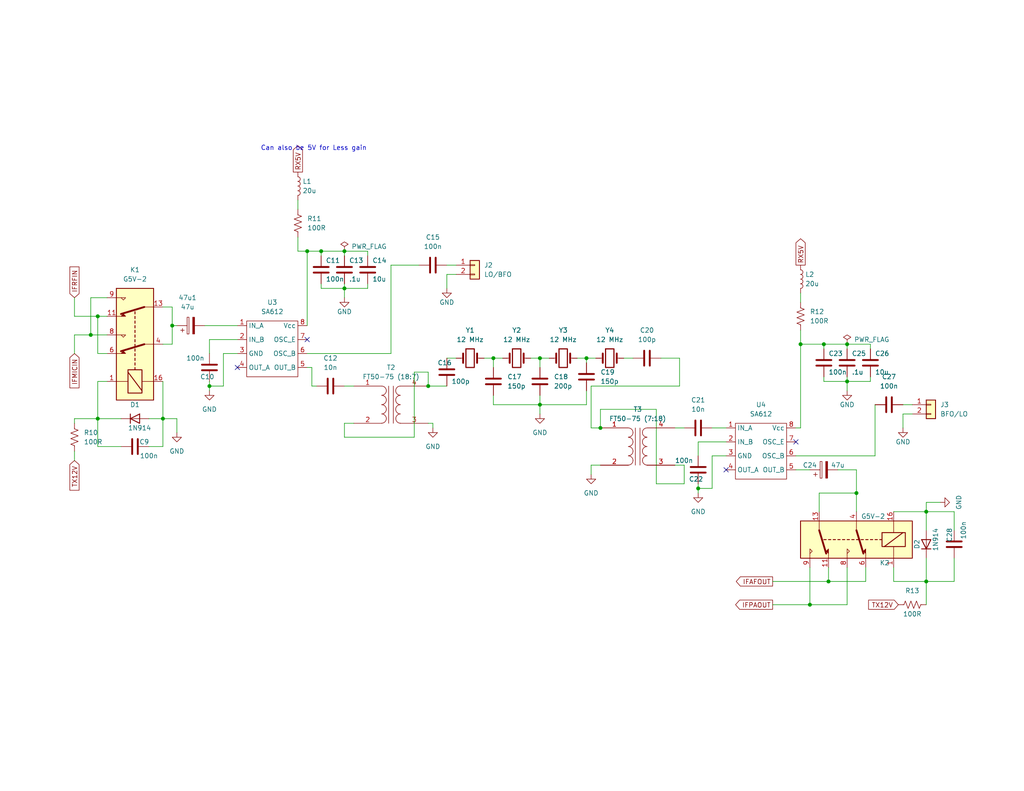
<source format=kicad_sch>
(kicad_sch (version 20211123) (generator eeschema)

  (uuid 1a4ba16e-54d5-499c-9c46-8991419984c3)

  (paper "A")

  (title_block
    (date "2022-08-31")
    (rev "0.1a")
    (company "DATER (Dave Peter)")
  )

  (lib_symbols
    (symbol "Connector_Generic:Conn_01x02" (pin_names (offset 1.016) hide) (in_bom yes) (on_board yes)
      (property "Reference" "J" (id 0) (at 0 2.54 0)
        (effects (font (size 1.27 1.27)))
      )
      (property "Value" "Conn_01x02" (id 1) (at 0 -5.08 0)
        (effects (font (size 1.27 1.27)))
      )
      (property "Footprint" "" (id 2) (at 0 0 0)
        (effects (font (size 1.27 1.27)) hide)
      )
      (property "Datasheet" "~" (id 3) (at 0 0 0)
        (effects (font (size 1.27 1.27)) hide)
      )
      (property "ki_keywords" "connector" (id 4) (at 0 0 0)
        (effects (font (size 1.27 1.27)) hide)
      )
      (property "ki_description" "Generic connector, single row, 01x02, script generated (kicad-library-utils/schlib/autogen/connector/)" (id 5) (at 0 0 0)
        (effects (font (size 1.27 1.27)) hide)
      )
      (property "ki_fp_filters" "Connector*:*_1x??_*" (id 6) (at 0 0 0)
        (effects (font (size 1.27 1.27)) hide)
      )
      (symbol "Conn_01x02_1_1"
        (rectangle (start -1.27 -2.413) (end 0 -2.667)
          (stroke (width 0.1524) (type default) (color 0 0 0 0))
          (fill (type none))
        )
        (rectangle (start -1.27 0.127) (end 0 -0.127)
          (stroke (width 0.1524) (type default) (color 0 0 0 0))
          (fill (type none))
        )
        (rectangle (start -1.27 1.27) (end 1.27 -3.81)
          (stroke (width 0.254) (type default) (color 0 0 0 0))
          (fill (type background))
        )
        (pin passive line (at -5.08 0 0) (length 3.81)
          (name "Pin_1" (effects (font (size 1.27 1.27))))
          (number "1" (effects (font (size 1.27 1.27))))
        )
        (pin passive line (at -5.08 -2.54 0) (length 3.81)
          (name "Pin_2" (effects (font (size 1.27 1.27))))
          (number "2" (effects (font (size 1.27 1.27))))
        )
      )
    )
    (symbol "Custom_RF:SA612" (in_bom yes) (on_board yes)
      (property "Reference" "U" (id 0) (at 1.27 10.16 0)
        (effects (font (size 1.27 1.27)))
      )
      (property "Value" "SA612" (id 1) (at 1.27 -7.62 0)
        (effects (font (size 1.27 1.27)))
      )
      (property "Footprint" "" (id 2) (at 0 0 0)
        (effects (font (size 1.27 1.27)) hide)
      )
      (property "Datasheet" "" (id 3) (at 0 0 0)
        (effects (font (size 1.27 1.27)) hide)
      )
      (symbol "SA612_0_1"
        (rectangle (start -6.35 8.89) (end 7.62 -6.35)
          (stroke (width 0) (type default) (color 0 0 0 0))
          (fill (type none))
        )
      )
      (symbol "SA612_1_1"
        (pin input line (at -8.89 7.62 0) (length 2.54)
          (name "IN_A" (effects (font (size 1.27 1.27))))
          (number "1" (effects (font (size 1.27 1.27))))
        )
        (pin input line (at -8.89 3.81 0) (length 2.54)
          (name "IN_B" (effects (font (size 1.27 1.27))))
          (number "2" (effects (font (size 1.27 1.27))))
        )
        (pin power_in line (at -8.89 0 0) (length 2.54)
          (name "GND" (effects (font (size 1.27 1.27))))
          (number "3" (effects (font (size 1.27 1.27))))
        )
        (pin output line (at -8.89 -3.81 0) (length 2.54)
          (name "OUT_A" (effects (font (size 1.27 1.27))))
          (number "4" (effects (font (size 1.27 1.27))))
        )
        (pin output line (at 10.16 -3.81 180) (length 2.54)
          (name "OUT_B" (effects (font (size 1.27 1.27))))
          (number "5" (effects (font (size 1.27 1.27))))
        )
        (pin input line (at 10.16 0 180) (length 2.54)
          (name "OSC_B" (effects (font (size 1.27 1.27))))
          (number "6" (effects (font (size 1.27 1.27))))
        )
        (pin input line (at 10.16 3.81 180) (length 2.54)
          (name "OSC_E" (effects (font (size 1.27 1.27))))
          (number "7" (effects (font (size 1.27 1.27))))
        )
        (pin power_in line (at 10.16 7.62 180) (length 2.54)
          (name "Vcc" (effects (font (size 1.27 1.27))))
          (number "8" (effects (font (size 1.27 1.27))))
        )
      )
    )
    (symbol "Device:C" (pin_numbers hide) (pin_names (offset 0.254)) (in_bom yes) (on_board yes)
      (property "Reference" "C" (id 0) (at 0.635 2.54 0)
        (effects (font (size 1.27 1.27)) (justify left))
      )
      (property "Value" "C" (id 1) (at 0.635 -2.54 0)
        (effects (font (size 1.27 1.27)) (justify left))
      )
      (property "Footprint" "" (id 2) (at 0.9652 -3.81 0)
        (effects (font (size 1.27 1.27)) hide)
      )
      (property "Datasheet" "~" (id 3) (at 0 0 0)
        (effects (font (size 1.27 1.27)) hide)
      )
      (property "ki_keywords" "cap capacitor" (id 4) (at 0 0 0)
        (effects (font (size 1.27 1.27)) hide)
      )
      (property "ki_description" "Unpolarized capacitor" (id 5) (at 0 0 0)
        (effects (font (size 1.27 1.27)) hide)
      )
      (property "ki_fp_filters" "C_*" (id 6) (at 0 0 0)
        (effects (font (size 1.27 1.27)) hide)
      )
      (symbol "C_0_1"
        (polyline
          (pts
            (xy -2.032 -0.762)
            (xy 2.032 -0.762)
          )
          (stroke (width 0.508) (type default) (color 0 0 0 0))
          (fill (type none))
        )
        (polyline
          (pts
            (xy -2.032 0.762)
            (xy 2.032 0.762)
          )
          (stroke (width 0.508) (type default) (color 0 0 0 0))
          (fill (type none))
        )
      )
      (symbol "C_1_1"
        (pin passive line (at 0 3.81 270) (length 2.794)
          (name "~" (effects (font (size 1.27 1.27))))
          (number "1" (effects (font (size 1.27 1.27))))
        )
        (pin passive line (at 0 -3.81 90) (length 2.794)
          (name "~" (effects (font (size 1.27 1.27))))
          (number "2" (effects (font (size 1.27 1.27))))
        )
      )
    )
    (symbol "Device:C_Polarized" (pin_numbers hide) (pin_names (offset 0.254)) (in_bom yes) (on_board yes)
      (property "Reference" "C" (id 0) (at 0.635 2.54 0)
        (effects (font (size 1.27 1.27)) (justify left))
      )
      (property "Value" "C_Polarized" (id 1) (at 0.635 -2.54 0)
        (effects (font (size 1.27 1.27)) (justify left))
      )
      (property "Footprint" "" (id 2) (at 0.9652 -3.81 0)
        (effects (font (size 1.27 1.27)) hide)
      )
      (property "Datasheet" "~" (id 3) (at 0 0 0)
        (effects (font (size 1.27 1.27)) hide)
      )
      (property "ki_keywords" "cap capacitor" (id 4) (at 0 0 0)
        (effects (font (size 1.27 1.27)) hide)
      )
      (property "ki_description" "Polarized capacitor" (id 5) (at 0 0 0)
        (effects (font (size 1.27 1.27)) hide)
      )
      (property "ki_fp_filters" "CP_*" (id 6) (at 0 0 0)
        (effects (font (size 1.27 1.27)) hide)
      )
      (symbol "C_Polarized_0_1"
        (rectangle (start -2.286 0.508) (end 2.286 1.016)
          (stroke (width 0) (type default) (color 0 0 0 0))
          (fill (type none))
        )
        (polyline
          (pts
            (xy -1.778 2.286)
            (xy -0.762 2.286)
          )
          (stroke (width 0) (type default) (color 0 0 0 0))
          (fill (type none))
        )
        (polyline
          (pts
            (xy -1.27 2.794)
            (xy -1.27 1.778)
          )
          (stroke (width 0) (type default) (color 0 0 0 0))
          (fill (type none))
        )
        (rectangle (start 2.286 -0.508) (end -2.286 -1.016)
          (stroke (width 0) (type default) (color 0 0 0 0))
          (fill (type outline))
        )
      )
      (symbol "C_Polarized_1_1"
        (pin passive line (at 0 3.81 270) (length 2.794)
          (name "~" (effects (font (size 1.27 1.27))))
          (number "1" (effects (font (size 1.27 1.27))))
        )
        (pin passive line (at 0 -3.81 90) (length 2.794)
          (name "~" (effects (font (size 1.27 1.27))))
          (number "2" (effects (font (size 1.27 1.27))))
        )
      )
    )
    (symbol "Device:Crystal" (pin_numbers hide) (pin_names (offset 1.016) hide) (in_bom yes) (on_board yes)
      (property "Reference" "Y" (id 0) (at 0 3.81 0)
        (effects (font (size 1.27 1.27)))
      )
      (property "Value" "Crystal" (id 1) (at 0 -3.81 0)
        (effects (font (size 1.27 1.27)))
      )
      (property "Footprint" "" (id 2) (at 0 0 0)
        (effects (font (size 1.27 1.27)) hide)
      )
      (property "Datasheet" "~" (id 3) (at 0 0 0)
        (effects (font (size 1.27 1.27)) hide)
      )
      (property "ki_keywords" "quartz ceramic resonator oscillator" (id 4) (at 0 0 0)
        (effects (font (size 1.27 1.27)) hide)
      )
      (property "ki_description" "Two pin crystal" (id 5) (at 0 0 0)
        (effects (font (size 1.27 1.27)) hide)
      )
      (property "ki_fp_filters" "Crystal*" (id 6) (at 0 0 0)
        (effects (font (size 1.27 1.27)) hide)
      )
      (symbol "Crystal_0_1"
        (rectangle (start -1.143 2.54) (end 1.143 -2.54)
          (stroke (width 0.3048) (type default) (color 0 0 0 0))
          (fill (type none))
        )
        (polyline
          (pts
            (xy -2.54 0)
            (xy -1.905 0)
          )
          (stroke (width 0) (type default) (color 0 0 0 0))
          (fill (type none))
        )
        (polyline
          (pts
            (xy -1.905 -1.27)
            (xy -1.905 1.27)
          )
          (stroke (width 0.508) (type default) (color 0 0 0 0))
          (fill (type none))
        )
        (polyline
          (pts
            (xy 1.905 -1.27)
            (xy 1.905 1.27)
          )
          (stroke (width 0.508) (type default) (color 0 0 0 0))
          (fill (type none))
        )
        (polyline
          (pts
            (xy 2.54 0)
            (xy 1.905 0)
          )
          (stroke (width 0) (type default) (color 0 0 0 0))
          (fill (type none))
        )
      )
      (symbol "Crystal_1_1"
        (pin passive line (at -3.81 0 0) (length 1.27)
          (name "1" (effects (font (size 1.27 1.27))))
          (number "1" (effects (font (size 1.27 1.27))))
        )
        (pin passive line (at 3.81 0 180) (length 1.27)
          (name "2" (effects (font (size 1.27 1.27))))
          (number "2" (effects (font (size 1.27 1.27))))
        )
      )
    )
    (symbol "Device:L" (pin_numbers hide) (pin_names (offset 1.016) hide) (in_bom yes) (on_board yes)
      (property "Reference" "L" (id 0) (at -1.27 0 90)
        (effects (font (size 1.27 1.27)))
      )
      (property "Value" "L" (id 1) (at 1.905 0 90)
        (effects (font (size 1.27 1.27)))
      )
      (property "Footprint" "" (id 2) (at 0 0 0)
        (effects (font (size 1.27 1.27)) hide)
      )
      (property "Datasheet" "~" (id 3) (at 0 0 0)
        (effects (font (size 1.27 1.27)) hide)
      )
      (property "ki_keywords" "inductor choke coil reactor magnetic" (id 4) (at 0 0 0)
        (effects (font (size 1.27 1.27)) hide)
      )
      (property "ki_description" "Inductor" (id 5) (at 0 0 0)
        (effects (font (size 1.27 1.27)) hide)
      )
      (property "ki_fp_filters" "Choke_* *Coil* Inductor_* L_*" (id 6) (at 0 0 0)
        (effects (font (size 1.27 1.27)) hide)
      )
      (symbol "L_0_1"
        (arc (start 0 -2.54) (mid 0.635 -1.905) (end 0 -1.27)
          (stroke (width 0) (type default) (color 0 0 0 0))
          (fill (type none))
        )
        (arc (start 0 -1.27) (mid 0.635 -0.635) (end 0 0)
          (stroke (width 0) (type default) (color 0 0 0 0))
          (fill (type none))
        )
        (arc (start 0 0) (mid 0.635 0.635) (end 0 1.27)
          (stroke (width 0) (type default) (color 0 0 0 0))
          (fill (type none))
        )
        (arc (start 0 1.27) (mid 0.635 1.905) (end 0 2.54)
          (stroke (width 0) (type default) (color 0 0 0 0))
          (fill (type none))
        )
      )
      (symbol "L_1_1"
        (pin passive line (at 0 3.81 270) (length 1.27)
          (name "1" (effects (font (size 1.27 1.27))))
          (number "1" (effects (font (size 1.27 1.27))))
        )
        (pin passive line (at 0 -3.81 90) (length 1.27)
          (name "2" (effects (font (size 1.27 1.27))))
          (number "2" (effects (font (size 1.27 1.27))))
        )
      )
    )
    (symbol "Device:R_US" (pin_numbers hide) (pin_names (offset 0)) (in_bom yes) (on_board yes)
      (property "Reference" "R" (id 0) (at 2.54 0 90)
        (effects (font (size 1.27 1.27)))
      )
      (property "Value" "R_US" (id 1) (at -2.54 0 90)
        (effects (font (size 1.27 1.27)))
      )
      (property "Footprint" "" (id 2) (at 1.016 -0.254 90)
        (effects (font (size 1.27 1.27)) hide)
      )
      (property "Datasheet" "~" (id 3) (at 0 0 0)
        (effects (font (size 1.27 1.27)) hide)
      )
      (property "ki_keywords" "R res resistor" (id 4) (at 0 0 0)
        (effects (font (size 1.27 1.27)) hide)
      )
      (property "ki_description" "Resistor, US symbol" (id 5) (at 0 0 0)
        (effects (font (size 1.27 1.27)) hide)
      )
      (property "ki_fp_filters" "R_*" (id 6) (at 0 0 0)
        (effects (font (size 1.27 1.27)) hide)
      )
      (symbol "R_US_0_1"
        (polyline
          (pts
            (xy 0 -2.286)
            (xy 0 -2.54)
          )
          (stroke (width 0) (type default) (color 0 0 0 0))
          (fill (type none))
        )
        (polyline
          (pts
            (xy 0 2.286)
            (xy 0 2.54)
          )
          (stroke (width 0) (type default) (color 0 0 0 0))
          (fill (type none))
        )
        (polyline
          (pts
            (xy 0 -0.762)
            (xy 1.016 -1.143)
            (xy 0 -1.524)
            (xy -1.016 -1.905)
            (xy 0 -2.286)
          )
          (stroke (width 0) (type default) (color 0 0 0 0))
          (fill (type none))
        )
        (polyline
          (pts
            (xy 0 0.762)
            (xy 1.016 0.381)
            (xy 0 0)
            (xy -1.016 -0.381)
            (xy 0 -0.762)
          )
          (stroke (width 0) (type default) (color 0 0 0 0))
          (fill (type none))
        )
        (polyline
          (pts
            (xy 0 2.286)
            (xy 1.016 1.905)
            (xy 0 1.524)
            (xy -1.016 1.143)
            (xy 0 0.762)
          )
          (stroke (width 0) (type default) (color 0 0 0 0))
          (fill (type none))
        )
      )
      (symbol "R_US_1_1"
        (pin passive line (at 0 3.81 270) (length 1.27)
          (name "~" (effects (font (size 1.27 1.27))))
          (number "1" (effects (font (size 1.27 1.27))))
        )
        (pin passive line (at 0 -3.81 90) (length 1.27)
          (name "~" (effects (font (size 1.27 1.27))))
          (number "2" (effects (font (size 1.27 1.27))))
        )
      )
    )
    (symbol "Device:Transformer_1P_1S" (pin_names (offset 1.016) hide) (in_bom yes) (on_board yes)
      (property "Reference" "T" (id 0) (at 0 6.35 0)
        (effects (font (size 1.27 1.27)))
      )
      (property "Value" "Transformer_1P_1S" (id 1) (at 0 -7.62 0)
        (effects (font (size 1.27 1.27)))
      )
      (property "Footprint" "" (id 2) (at 0 0 0)
        (effects (font (size 1.27 1.27)) hide)
      )
      (property "Datasheet" "~" (id 3) (at 0 0 0)
        (effects (font (size 1.27 1.27)) hide)
      )
      (property "ki_keywords" "transformer coil magnet" (id 4) (at 0 0 0)
        (effects (font (size 1.27 1.27)) hide)
      )
      (property "ki_description" "Transformer, single primary, single secondary" (id 5) (at 0 0 0)
        (effects (font (size 1.27 1.27)) hide)
      )
      (symbol "Transformer_1P_1S_0_1"
        (arc (start -2.54 -5.0546) (mid -1.6599 -4.6901) (end -1.27 -3.81)
          (stroke (width 0) (type default) (color 0 0 0 0))
          (fill (type none))
        )
        (arc (start -2.54 -2.5146) (mid -1.6599 -2.1501) (end -1.27 -1.27)
          (stroke (width 0) (type default) (color 0 0 0 0))
          (fill (type none))
        )
        (arc (start -2.54 0.0254) (mid -1.6599 0.3899) (end -1.27 1.27)
          (stroke (width 0) (type default) (color 0 0 0 0))
          (fill (type none))
        )
        (arc (start -2.54 2.5654) (mid -1.6599 2.9299) (end -1.27 3.81)
          (stroke (width 0) (type default) (color 0 0 0 0))
          (fill (type none))
        )
        (arc (start -1.27 -3.81) (mid -1.642 -2.912) (end -2.54 -2.54)
          (stroke (width 0) (type default) (color 0 0 0 0))
          (fill (type none))
        )
        (arc (start -1.27 -1.27) (mid -1.642 -0.372) (end -2.54 0)
          (stroke (width 0) (type default) (color 0 0 0 0))
          (fill (type none))
        )
        (arc (start -1.27 1.27) (mid -1.642 2.168) (end -2.54 2.54)
          (stroke (width 0) (type default) (color 0 0 0 0))
          (fill (type none))
        )
        (arc (start -1.27 3.81) (mid -1.642 4.708) (end -2.54 5.08)
          (stroke (width 0) (type default) (color 0 0 0 0))
          (fill (type none))
        )
        (polyline
          (pts
            (xy -0.635 5.08)
            (xy -0.635 -5.08)
          )
          (stroke (width 0) (type default) (color 0 0 0 0))
          (fill (type none))
        )
        (polyline
          (pts
            (xy 0.635 -5.08)
            (xy 0.635 5.08)
          )
          (stroke (width 0) (type default) (color 0 0 0 0))
          (fill (type none))
        )
        (arc (start 1.2954 -1.27) (mid 1.6599 -2.1501) (end 2.54 -2.5146)
          (stroke (width 0) (type default) (color 0 0 0 0))
          (fill (type none))
        )
        (arc (start 1.2954 1.27) (mid 1.6599 0.3899) (end 2.54 0.0254)
          (stroke (width 0) (type default) (color 0 0 0 0))
          (fill (type none))
        )
        (arc (start 1.2954 3.81) (mid 1.6599 2.9299) (end 2.54 2.5654)
          (stroke (width 0) (type default) (color 0 0 0 0))
          (fill (type none))
        )
        (arc (start 1.3208 -3.81) (mid 1.6853 -4.6901) (end 2.5654 -5.0546)
          (stroke (width 0) (type default) (color 0 0 0 0))
          (fill (type none))
        )
        (arc (start 2.54 0) (mid 1.642 -0.372) (end 1.2954 -1.27)
          (stroke (width 0) (type default) (color 0 0 0 0))
          (fill (type none))
        )
        (arc (start 2.54 2.54) (mid 1.642 2.168) (end 1.2954 1.27)
          (stroke (width 0) (type default) (color 0 0 0 0))
          (fill (type none))
        )
        (arc (start 2.54 5.08) (mid 1.642 4.708) (end 1.2954 3.81)
          (stroke (width 0) (type default) (color 0 0 0 0))
          (fill (type none))
        )
        (arc (start 2.5654 -2.54) (mid 1.6674 -2.912) (end 1.3208 -3.81)
          (stroke (width 0) (type default) (color 0 0 0 0))
          (fill (type none))
        )
      )
      (symbol "Transformer_1P_1S_1_1"
        (pin passive line (at -10.16 5.08 0) (length 7.62)
          (name "AA" (effects (font (size 1.27 1.27))))
          (number "1" (effects (font (size 1.27 1.27))))
        )
        (pin passive line (at -10.16 -5.08 0) (length 7.62)
          (name "AB" (effects (font (size 1.27 1.27))))
          (number "2" (effects (font (size 1.27 1.27))))
        )
        (pin passive line (at 10.16 -5.08 180) (length 7.62)
          (name "SA" (effects (font (size 1.27 1.27))))
          (number "3" (effects (font (size 1.27 1.27))))
        )
        (pin passive line (at 10.16 5.08 180) (length 7.62)
          (name "SB" (effects (font (size 1.27 1.27))))
          (number "4" (effects (font (size 1.27 1.27))))
        )
      )
    )
    (symbol "Diode:1N914" (pin_numbers hide) (pin_names (offset 1.016) hide) (in_bom yes) (on_board yes)
      (property "Reference" "D" (id 0) (at 0 2.54 0)
        (effects (font (size 1.27 1.27)))
      )
      (property "Value" "1N914" (id 1) (at 0 -2.54 0)
        (effects (font (size 1.27 1.27)))
      )
      (property "Footprint" "Diode_THT:D_DO-35_SOD27_P7.62mm_Horizontal" (id 2) (at 0 -4.445 0)
        (effects (font (size 1.27 1.27)) hide)
      )
      (property "Datasheet" "http://www.vishay.com/docs/85622/1n914.pdf" (id 3) (at 0 0 0)
        (effects (font (size 1.27 1.27)) hide)
      )
      (property "ki_keywords" "diode" (id 4) (at 0 0 0)
        (effects (font (size 1.27 1.27)) hide)
      )
      (property "ki_description" "100V 0.3A Small Signal Fast Switching Diode, DO-35" (id 5) (at 0 0 0)
        (effects (font (size 1.27 1.27)) hide)
      )
      (property "ki_fp_filters" "D*DO?35*" (id 6) (at 0 0 0)
        (effects (font (size 1.27 1.27)) hide)
      )
      (symbol "1N914_0_1"
        (polyline
          (pts
            (xy -1.27 1.27)
            (xy -1.27 -1.27)
          )
          (stroke (width 0.254) (type default) (color 0 0 0 0))
          (fill (type none))
        )
        (polyline
          (pts
            (xy 1.27 0)
            (xy -1.27 0)
          )
          (stroke (width 0) (type default) (color 0 0 0 0))
          (fill (type none))
        )
        (polyline
          (pts
            (xy 1.27 1.27)
            (xy 1.27 -1.27)
            (xy -1.27 0)
            (xy 1.27 1.27)
          )
          (stroke (width 0.254) (type default) (color 0 0 0 0))
          (fill (type none))
        )
      )
      (symbol "1N914_1_1"
        (pin passive line (at -3.81 0 0) (length 2.54)
          (name "K" (effects (font (size 1.27 1.27))))
          (number "1" (effects (font (size 1.27 1.27))))
        )
        (pin passive line (at 3.81 0 180) (length 2.54)
          (name "A" (effects (font (size 1.27 1.27))))
          (number "2" (effects (font (size 1.27 1.27))))
        )
      )
    )
    (symbol "Relay:G5V-2" (in_bom yes) (on_board yes)
      (property "Reference" "K" (id 0) (at 16.51 3.81 0)
        (effects (font (size 1.27 1.27)) (justify left))
      )
      (property "Value" "G5V-2" (id 1) (at 16.51 1.27 0)
        (effects (font (size 1.27 1.27)) (justify left))
      )
      (property "Footprint" "Relay_THT:Relay_DPDT_Omron_G5V-2" (id 2) (at 16.51 -1.27 0)
        (effects (font (size 1.27 1.27)) (justify left) hide)
      )
      (property "Datasheet" "http://omronfs.omron.com/en_US/ecb/products/pdf/en-g5v_2.pdf" (id 3) (at 0 0 0)
        (effects (font (size 1.27 1.27)) hide)
      )
      (property "ki_keywords" "Miniature Relay Dual Pole DPDT Omron" (id 4) (at 0 0 0)
        (effects (font (size 1.27 1.27)) hide)
      )
      (property "ki_description" "Relay Miniature Omron DPDT" (id 5) (at 0 0 0)
        (effects (font (size 1.27 1.27)) hide)
      )
      (property "ki_fp_filters" "Relay*DPDT*Omron*G5V*" (id 6) (at 0 0 0)
        (effects (font (size 1.27 1.27)) hide)
      )
      (symbol "G5V-2_0_1"
        (rectangle (start -15.24 5.08) (end 15.24 -5.08)
          (stroke (width 0.254) (type default) (color 0 0 0 0))
          (fill (type background))
        )
        (rectangle (start -13.335 1.905) (end -6.985 -1.905)
          (stroke (width 0.254) (type default) (color 0 0 0 0))
          (fill (type none))
        )
        (polyline
          (pts
            (xy -12.7 -1.905)
            (xy -7.62 1.905)
          )
          (stroke (width 0.254) (type default) (color 0 0 0 0))
          (fill (type none))
        )
        (polyline
          (pts
            (xy -10.16 -5.08)
            (xy -10.16 -1.905)
          )
          (stroke (width 0) (type default) (color 0 0 0 0))
          (fill (type none))
        )
        (polyline
          (pts
            (xy -10.16 5.08)
            (xy -10.16 1.905)
          )
          (stroke (width 0) (type default) (color 0 0 0 0))
          (fill (type none))
        )
        (polyline
          (pts
            (xy -6.985 0)
            (xy -6.35 0)
          )
          (stroke (width 0.254) (type default) (color 0 0 0 0))
          (fill (type none))
        )
        (polyline
          (pts
            (xy -5.715 0)
            (xy -5.08 0)
          )
          (stroke (width 0.254) (type default) (color 0 0 0 0))
          (fill (type none))
        )
        (polyline
          (pts
            (xy -4.445 0)
            (xy -3.81 0)
          )
          (stroke (width 0.254) (type default) (color 0 0 0 0))
          (fill (type none))
        )
        (polyline
          (pts
            (xy -3.175 0)
            (xy -2.54 0)
          )
          (stroke (width 0.254) (type default) (color 0 0 0 0))
          (fill (type none))
        )
        (polyline
          (pts
            (xy -1.905 0)
            (xy -1.27 0)
          )
          (stroke (width 0.254) (type default) (color 0 0 0 0))
          (fill (type none))
        )
        (polyline
          (pts
            (xy -0.635 0)
            (xy 0 0)
          )
          (stroke (width 0.254) (type default) (color 0 0 0 0))
          (fill (type none))
        )
        (polyline
          (pts
            (xy 0 -2.54)
            (xy -1.905 3.81)
          )
          (stroke (width 0.508) (type default) (color 0 0 0 0))
          (fill (type none))
        )
        (polyline
          (pts
            (xy 0 -2.54)
            (xy 0 -5.08)
          )
          (stroke (width 0) (type default) (color 0 0 0 0))
          (fill (type none))
        )
        (polyline
          (pts
            (xy 0.635 0)
            (xy 1.27 0)
          )
          (stroke (width 0.254) (type default) (color 0 0 0 0))
          (fill (type none))
        )
        (polyline
          (pts
            (xy 1.905 0)
            (xy 2.54 0)
          )
          (stroke (width 0.254) (type default) (color 0 0 0 0))
          (fill (type none))
        )
        (polyline
          (pts
            (xy 3.175 0)
            (xy 3.81 0)
          )
          (stroke (width 0.254) (type default) (color 0 0 0 0))
          (fill (type none))
        )
        (polyline
          (pts
            (xy 4.445 0)
            (xy 5.08 0)
          )
          (stroke (width 0.254) (type default) (color 0 0 0 0))
          (fill (type none))
        )
        (polyline
          (pts
            (xy 5.715 0)
            (xy 6.35 0)
          )
          (stroke (width 0.254) (type default) (color 0 0 0 0))
          (fill (type none))
        )
        (polyline
          (pts
            (xy 6.985 0)
            (xy 7.62 0)
          )
          (stroke (width 0.254) (type default) (color 0 0 0 0))
          (fill (type none))
        )
        (polyline
          (pts
            (xy 8.255 0)
            (xy 8.89 0)
          )
          (stroke (width 0.254) (type default) (color 0 0 0 0))
          (fill (type none))
        )
        (polyline
          (pts
            (xy 10.16 -2.54)
            (xy 8.255 3.81)
          )
          (stroke (width 0.508) (type default) (color 0 0 0 0))
          (fill (type none))
        )
        (polyline
          (pts
            (xy 10.16 -2.54)
            (xy 10.16 -5.08)
          )
          (stroke (width 0) (type default) (color 0 0 0 0))
          (fill (type none))
        )
        (polyline
          (pts
            (xy -2.54 5.08)
            (xy -2.54 2.54)
            (xy -1.905 3.175)
            (xy -2.54 3.81)
          )
          (stroke (width 0) (type default) (color 0 0 0 0))
          (fill (type outline))
        )
        (polyline
          (pts
            (xy 2.54 5.08)
            (xy 2.54 2.54)
            (xy 1.905 3.175)
            (xy 2.54 3.81)
          )
          (stroke (width 0) (type default) (color 0 0 0 0))
          (fill (type none))
        )
        (polyline
          (pts
            (xy 7.62 5.08)
            (xy 7.62 2.54)
            (xy 8.255 3.175)
            (xy 7.62 3.81)
          )
          (stroke (width 0) (type default) (color 0 0 0 0))
          (fill (type outline))
        )
        (polyline
          (pts
            (xy 12.7 5.08)
            (xy 12.7 2.54)
            (xy 12.065 3.175)
            (xy 12.7 3.81)
          )
          (stroke (width 0) (type default) (color 0 0 0 0))
          (fill (type none))
        )
      )
      (symbol "G5V-2_1_1"
        (pin passive line (at -10.16 7.62 270) (length 2.54)
          (name "~" (effects (font (size 1.27 1.27))))
          (number "1" (effects (font (size 1.27 1.27))))
        )
        (pin passive line (at 7.62 7.62 270) (length 2.54)
          (name "~" (effects (font (size 1.27 1.27))))
          (number "11" (effects (font (size 1.27 1.27))))
        )
        (pin passive line (at 10.16 -7.62 90) (length 2.54)
          (name "~" (effects (font (size 1.27 1.27))))
          (number "13" (effects (font (size 1.27 1.27))))
        )
        (pin passive line (at -10.16 -7.62 90) (length 2.54)
          (name "~" (effects (font (size 1.27 1.27))))
          (number "16" (effects (font (size 1.27 1.27))))
        )
        (pin passive line (at 0 -7.62 90) (length 2.54)
          (name "~" (effects (font (size 1.27 1.27))))
          (number "4" (effects (font (size 1.27 1.27))))
        )
        (pin passive line (at -2.54 7.62 270) (length 2.54)
          (name "~" (effects (font (size 1.27 1.27))))
          (number "6" (effects (font (size 1.27 1.27))))
        )
        (pin passive line (at 2.54 7.62 270) (length 2.54)
          (name "~" (effects (font (size 1.27 1.27))))
          (number "8" (effects (font (size 1.27 1.27))))
        )
        (pin passive line (at 12.7 7.62 270) (length 2.54)
          (name "~" (effects (font (size 1.27 1.27))))
          (number "9" (effects (font (size 1.27 1.27))))
        )
      )
    )
    (symbol "power:GND" (power) (pin_names (offset 0)) (in_bom yes) (on_board yes)
      (property "Reference" "#PWR" (id 0) (at 0 -6.35 0)
        (effects (font (size 1.27 1.27)) hide)
      )
      (property "Value" "GND" (id 1) (at 0 -3.81 0)
        (effects (font (size 1.27 1.27)))
      )
      (property "Footprint" "" (id 2) (at 0 0 0)
        (effects (font (size 1.27 1.27)) hide)
      )
      (property "Datasheet" "" (id 3) (at 0 0 0)
        (effects (font (size 1.27 1.27)) hide)
      )
      (property "ki_keywords" "power-flag" (id 4) (at 0 0 0)
        (effects (font (size 1.27 1.27)) hide)
      )
      (property "ki_description" "Power symbol creates a global label with name \"GND\" , ground" (id 5) (at 0 0 0)
        (effects (font (size 1.27 1.27)) hide)
      )
      (symbol "GND_0_1"
        (polyline
          (pts
            (xy 0 0)
            (xy 0 -1.27)
            (xy 1.27 -1.27)
            (xy 0 -2.54)
            (xy -1.27 -1.27)
            (xy 0 -1.27)
          )
          (stroke (width 0) (type default) (color 0 0 0 0))
          (fill (type none))
        )
      )
      (symbol "GND_1_1"
        (pin power_in line (at 0 0 270) (length 0) hide
          (name "GND" (effects (font (size 1.27 1.27))))
          (number "1" (effects (font (size 1.27 1.27))))
        )
      )
    )
    (symbol "power:PWR_FLAG" (power) (pin_numbers hide) (pin_names (offset 0) hide) (in_bom yes) (on_board yes)
      (property "Reference" "#FLG" (id 0) (at 0 1.905 0)
        (effects (font (size 1.27 1.27)) hide)
      )
      (property "Value" "PWR_FLAG" (id 1) (at 0 3.81 0)
        (effects (font (size 1.27 1.27)))
      )
      (property "Footprint" "" (id 2) (at 0 0 0)
        (effects (font (size 1.27 1.27)) hide)
      )
      (property "Datasheet" "~" (id 3) (at 0 0 0)
        (effects (font (size 1.27 1.27)) hide)
      )
      (property "ki_keywords" "power-flag" (id 4) (at 0 0 0)
        (effects (font (size 1.27 1.27)) hide)
      )
      (property "ki_description" "Special symbol for telling ERC where power comes from" (id 5) (at 0 0 0)
        (effects (font (size 1.27 1.27)) hide)
      )
      (symbol "PWR_FLAG_0_0"
        (pin power_out line (at 0 0 90) (length 0)
          (name "pwr" (effects (font (size 1.27 1.27))))
          (number "1" (effects (font (size 1.27 1.27))))
        )
      )
      (symbol "PWR_FLAG_0_1"
        (polyline
          (pts
            (xy 0 0)
            (xy 0 1.27)
            (xy -1.016 1.905)
            (xy 0 2.54)
            (xy 1.016 1.905)
            (xy 0 1.27)
          )
          (stroke (width 0) (type default) (color 0 0 0 0))
          (fill (type none))
        )
      )
    )
  )

  (junction (at 26.67 114.3) (diameter 0) (color 0 0 0 0)
    (uuid 1e9e3a09-4992-4442-a135-de49cbae97d7)
  )
  (junction (at 46.99 88.9) (diameter 0) (color 0 0 0 0)
    (uuid 2b8972e7-5cab-405a-a7e4-f871d2aa3f28)
  )
  (junction (at 160.02 97.79) (diameter 0) (color 0 0 0 0)
    (uuid 2ed2ab45-ff9a-4b37-89ed-0c0603dedaee)
  )
  (junction (at 190.5 133.35) (diameter 0) (color 0 0 0 0)
    (uuid 35323fe5-7243-454b-893b-42133878f140)
  )
  (junction (at 218.44 93.98) (diameter 0) (color 0 0 0 0)
    (uuid 3abd41a0-29f0-4250-a59b-19060a7770cf)
  )
  (junction (at 252.73 158.75) (diameter 0) (color 0 0 0 0)
    (uuid 5342b36d-17bc-45ac-b3d7-fa1d58d705cb)
  )
  (junction (at 231.14 93.98) (diameter 0) (color 0 0 0 0)
    (uuid 5648ab22-5a0f-4359-abe0-e47434809e28)
  )
  (junction (at 231.14 104.14) (diameter 0) (color 0 0 0 0)
    (uuid 567f73ea-4857-426a-b8f3-64dae88eb329)
  )
  (junction (at 226.06 158.75) (diameter 0) (color 0 0 0 0)
    (uuid 59842750-971a-493a-8d6b-9dc9f2e493c3)
  )
  (junction (at 252.73 139.7) (diameter 0) (color 0 0 0 0)
    (uuid 681863ee-147e-41e7-a87f-a3625bd00516)
  )
  (junction (at 93.98 68.58) (diameter 0) (color 0 0 0 0)
    (uuid 6d2cf56a-ee59-4d01-a1e7-65f11ddfc43a)
  )
  (junction (at 224.79 93.98) (diameter 0) (color 0 0 0 0)
    (uuid 7790e428-1e01-4665-aa3c-a70125e15d4a)
  )
  (junction (at 134.62 97.79) (diameter 0) (color 0 0 0 0)
    (uuid 7e000e44-a2c4-4c1d-a176-90b82f0a662e)
  )
  (junction (at 147.32 97.79) (diameter 0) (color 0 0 0 0)
    (uuid 87a96450-7fae-4c81-9371-dd9fed2dd0ad)
  )
  (junction (at 93.98 78.74) (diameter 0) (color 0 0 0 0)
    (uuid 8c064448-ef3e-4fc0-9d7b-99fcca288d46)
  )
  (junction (at 233.68 134.62) (diameter 0) (color 0 0 0 0)
    (uuid 9b78a605-90a2-449c-b0f7-155a7be5b8ca)
  )
  (junction (at 26.67 86.36) (diameter 0) (color 0 0 0 0)
    (uuid a40a91d9-4df6-4ef4-a571-d7bbd3d6a06a)
  )
  (junction (at 44.45 114.3) (diameter 0) (color 0 0 0 0)
    (uuid b12c1cdc-262e-45a9-a29c-ec6fb5c8c14e)
  )
  (junction (at 163.83 116.84) (diameter 0) (color 0 0 0 0)
    (uuid bda511cf-fd31-4893-a653-99c7ee28d00b)
  )
  (junction (at 116.84 105.41) (diameter 0) (color 0 0 0 0)
    (uuid c07c983a-b714-4227-a82f-dea8423bc993)
  )
  (junction (at 57.15 105.41) (diameter 0) (color 0 0 0 0)
    (uuid d903eb7b-f332-40ea-a1e6-69f6a78a78d0)
  )
  (junction (at 220.98 165.1) (diameter 0) (color 0 0 0 0)
    (uuid da6987bd-be09-438f-886a-50bb4f0dc6b2)
  )
  (junction (at 147.32 110.49) (diameter 0) (color 0 0 0 0)
    (uuid dbed14e3-3030-4d50-8cf9-da6383d42ade)
  )
  (junction (at 83.82 68.58) (diameter 0) (color 0 0 0 0)
    (uuid ea3977b0-057d-4ae4-b2c0-65556497c69c)
  )
  (junction (at 24.765 91.44) (diameter 0) (color 0 0 0 0)
    (uuid fdd7bb77-ab7e-4c09-8c56-dc0142df1318)
  )
  (junction (at 87.63 68.58) (diameter 0) (color 0 0 0 0)
    (uuid ff2873dc-911e-4606-a28e-6225537e85b5)
  )

  (no_connect (at 198.12 128.27) (uuid 4086e501-9bd2-4936-a7c5-6f22e74ed6c0))
  (no_connect (at 83.82 92.71) (uuid 77520955-6229-4481-b67c-c1bdd14c2e77))
  (no_connect (at 217.17 120.65) (uuid 77520955-6229-4481-b67c-c1bdd14c2e78))
  (no_connect (at 64.77 100.33) (uuid 8de24672-9369-417f-a2fa-ef57fbf12cd2))

  (wire (pts (xy 224.79 93.98) (xy 231.14 93.98))
    (stroke (width 0) (type default) (color 0 0 0 0))
    (uuid 013cb934-626a-4383-a6f1-fd7597758709)
  )
  (wire (pts (xy 24.765 81.28) (xy 29.21 81.28))
    (stroke (width 0) (type default) (color 0 0 0 0))
    (uuid 02b5cc6b-7365-4fc7-8196-263a322fd748)
  )
  (wire (pts (xy 20.32 123.19) (xy 20.32 125.73))
    (stroke (width 0) (type default) (color 0 0 0 0))
    (uuid 0326016e-3522-4da5-b394-3fa2c50e1a7f)
  )
  (wire (pts (xy 57.15 92.71) (xy 57.15 96.52))
    (stroke (width 0) (type default) (color 0 0 0 0))
    (uuid 04d81421-e631-499b-94b6-f5b4c3660655)
  )
  (wire (pts (xy 100.33 68.58) (xy 100.33 69.85))
    (stroke (width 0) (type default) (color 0 0 0 0))
    (uuid 08136bdb-4015-4359-9bee-9d9a6bf7ded3)
  )
  (wire (pts (xy 233.68 128.27) (xy 228.6 128.27))
    (stroke (width 0) (type default) (color 0 0 0 0))
    (uuid 083531a6-4d39-4a2e-989d-3f012f1234cc)
  )
  (wire (pts (xy 26.67 96.52) (xy 29.21 96.52))
    (stroke (width 0) (type default) (color 0 0 0 0))
    (uuid 09dde833-c84b-4b2a-96aa-6fa4af30d5bb)
  )
  (wire (pts (xy 194.31 133.35) (xy 194.31 124.46))
    (stroke (width 0) (type default) (color 0 0 0 0))
    (uuid 0b73db8e-5bc1-4790-8573-858abe6bf734)
  )
  (wire (pts (xy 260.35 158.75) (xy 260.35 152.4))
    (stroke (width 0) (type default) (color 0 0 0 0))
    (uuid 0bc0a715-33b2-40a7-93f9-b942398dd015)
  )
  (wire (pts (xy 147.32 97.79) (xy 149.86 97.79))
    (stroke (width 0) (type default) (color 0 0 0 0))
    (uuid 0c075025-89cd-43ff-adce-e2835e1fa2cf)
  )
  (wire (pts (xy 87.63 77.47) (xy 87.63 78.74))
    (stroke (width 0) (type default) (color 0 0 0 0))
    (uuid 0da7c169-df9f-4a34-bb93-fff573b919ec)
  )
  (wire (pts (xy 24.765 91.44) (xy 20.32 91.44))
    (stroke (width 0) (type default) (color 0 0 0 0))
    (uuid 111a9215-8384-4ee4-a18c-4538681bc1de)
  )
  (wire (pts (xy 40.64 114.3) (xy 44.45 114.3))
    (stroke (width 0) (type default) (color 0 0 0 0))
    (uuid 1392b66c-9d5d-4338-b247-e05db9ba7851)
  )
  (wire (pts (xy 26.67 114.3) (xy 26.67 121.92))
    (stroke (width 0) (type default) (color 0 0 0 0))
    (uuid 13ab2be0-bb9a-4306-bbbe-7541829c8393)
  )
  (wire (pts (xy 252.73 158.75) (xy 260.35 158.75))
    (stroke (width 0) (type default) (color 0 0 0 0))
    (uuid 13ce6f99-05ed-47ab-ab70-21daca4a96ab)
  )
  (wire (pts (xy 231.14 165.1) (xy 231.14 154.94))
    (stroke (width 0) (type default) (color 0 0 0 0))
    (uuid 152daacd-9175-4ed4-adb5-364010e0c343)
  )
  (wire (pts (xy 194.31 124.46) (xy 198.12 124.46))
    (stroke (width 0) (type default) (color 0 0 0 0))
    (uuid 19fa06d2-43dd-4e1b-a055-ea28407f8fce)
  )
  (wire (pts (xy 224.79 93.98) (xy 224.79 95.25))
    (stroke (width 0) (type default) (color 0 0 0 0))
    (uuid 1a2e5ff7-2828-45d9-8609-bb555230e851)
  )
  (wire (pts (xy 44.45 114.3) (xy 44.45 121.92))
    (stroke (width 0) (type default) (color 0 0 0 0))
    (uuid 1b746a7a-a4ba-41df-8a64-9bc96ed7d66a)
  )
  (wire (pts (xy 87.63 68.58) (xy 87.63 69.85))
    (stroke (width 0) (type default) (color 0 0 0 0))
    (uuid 1f404533-ca0e-4d2c-8b66-0a7d551b51f0)
  )
  (wire (pts (xy 163.83 116.84) (xy 163.83 111.76))
    (stroke (width 0) (type default) (color 0 0 0 0))
    (uuid 229bc0e9-d99d-4143-80f2-3b545847eaa4)
  )
  (wire (pts (xy 26.67 114.3) (xy 33.02 114.3))
    (stroke (width 0) (type default) (color 0 0 0 0))
    (uuid 22afe721-1f71-4810-8e7a-66d7738a416d)
  )
  (wire (pts (xy 147.32 110.49) (xy 147.32 107.95))
    (stroke (width 0) (type default) (color 0 0 0 0))
    (uuid 25fa98de-65f9-4a16-8cb8-21b40f42bd4f)
  )
  (wire (pts (xy 243.84 158.75) (xy 252.73 158.75))
    (stroke (width 0) (type default) (color 0 0 0 0))
    (uuid 29c42a17-1e8a-44c4-9978-8de2d0bc89f2)
  )
  (wire (pts (xy 218.44 93.98) (xy 218.44 116.84))
    (stroke (width 0) (type default) (color 0 0 0 0))
    (uuid 2bd16717-eeed-48ff-8ec5-1421bad24da7)
  )
  (wire (pts (xy 121.92 72.39) (xy 124.46 72.39))
    (stroke (width 0) (type default) (color 0 0 0 0))
    (uuid 2c95efa4-3a16-49a1-bb27-c18449d7ddba)
  )
  (wire (pts (xy 48.26 88.9) (xy 46.99 88.9))
    (stroke (width 0) (type default) (color 0 0 0 0))
    (uuid 3129b097-83c0-4122-bbb1-1c5475184928)
  )
  (wire (pts (xy 20.32 81.28) (xy 20.32 86.36))
    (stroke (width 0) (type default) (color 0 0 0 0))
    (uuid 31b71c50-5a50-4766-93b0-a2b436a53f6d)
  )
  (wire (pts (xy 81.28 68.58) (xy 83.82 68.58))
    (stroke (width 0) (type default) (color 0 0 0 0))
    (uuid 31bd641c-a578-43a1-a4d1-e6db3c18cd4c)
  )
  (wire (pts (xy 224.79 104.14) (xy 231.14 104.14))
    (stroke (width 0) (type default) (color 0 0 0 0))
    (uuid 31d8adbc-c79e-4cca-bfbb-c1d10900808e)
  )
  (wire (pts (xy 218.44 90.17) (xy 218.44 93.98))
    (stroke (width 0) (type default) (color 0 0 0 0))
    (uuid 33321eed-c65d-41db-b07b-3776e9f0f2e2)
  )
  (wire (pts (xy 231.14 104.14) (xy 231.14 102.87))
    (stroke (width 0) (type default) (color 0 0 0 0))
    (uuid 33475c32-e37b-4455-a76d-aed5d7d49c68)
  )
  (wire (pts (xy 116.84 105.41) (xy 121.92 105.41))
    (stroke (width 0) (type default) (color 0 0 0 0))
    (uuid 35ae520e-2888-4989-b06f-f92581a9fb12)
  )
  (wire (pts (xy 93.98 115.57) (xy 93.98 119.38))
    (stroke (width 0) (type default) (color 0 0 0 0))
    (uuid 36504bcb-ea9d-4818-ad4a-57c92288702f)
  )
  (wire (pts (xy 220.98 165.1) (xy 231.14 165.1))
    (stroke (width 0) (type default) (color 0 0 0 0))
    (uuid 37fac2e7-6a35-4729-aa2a-db8bc809e785)
  )
  (wire (pts (xy 252.73 139.7) (xy 260.35 139.7))
    (stroke (width 0) (type default) (color 0 0 0 0))
    (uuid 392c0659-d9a6-44a9-943e-5671980d917b)
  )
  (wire (pts (xy 220.98 154.94) (xy 220.98 165.1))
    (stroke (width 0) (type default) (color 0 0 0 0))
    (uuid 3a515a36-2aa0-4125-b842-b99e61346d48)
  )
  (wire (pts (xy 179.07 111.76) (xy 179.07 132.08))
    (stroke (width 0) (type default) (color 0 0 0 0))
    (uuid 3bbbbd59-4964-460e-bcd3-8bcf0457505d)
  )
  (wire (pts (xy 231.14 104.14) (xy 231.14 106.68))
    (stroke (width 0) (type default) (color 0 0 0 0))
    (uuid 3f076aaa-78dd-4397-9047-8943e5bbe077)
  )
  (wire (pts (xy 237.49 102.87) (xy 237.49 104.14))
    (stroke (width 0) (type default) (color 0 0 0 0))
    (uuid 3f4911ef-197c-4bcc-b0fa-cc29f63cfc9d)
  )
  (wire (pts (xy 26.67 86.36) (xy 29.21 86.36))
    (stroke (width 0) (type default) (color 0 0 0 0))
    (uuid 432d5cb1-8f3e-44db-a2ea-dc9b5449baa1)
  )
  (wire (pts (xy 223.52 134.62) (xy 223.52 139.7))
    (stroke (width 0) (type default) (color 0 0 0 0))
    (uuid 446aca94-090e-4a7b-bfe4-58e9f501c26f)
  )
  (wire (pts (xy 161.29 127) (xy 163.83 127))
    (stroke (width 0) (type default) (color 0 0 0 0))
    (uuid 451e758b-b315-48ba-ae8f-9de775d83121)
  )
  (wire (pts (xy 185.42 97.79) (xy 185.42 105.41))
    (stroke (width 0) (type default) (color 0 0 0 0))
    (uuid 45504341-2720-415f-acdf-1aa7494829de)
  )
  (wire (pts (xy 118.11 115.57) (xy 118.11 116.84))
    (stroke (width 0) (type default) (color 0 0 0 0))
    (uuid 46416b57-e63c-41df-bec2-906c6d526627)
  )
  (wire (pts (xy 237.49 93.98) (xy 237.49 95.25))
    (stroke (width 0) (type default) (color 0 0 0 0))
    (uuid 493fd577-fb1a-4f10-9bb6-bc58062ef2e1)
  )
  (wire (pts (xy 81.28 54.61) (xy 81.28 57.15))
    (stroke (width 0) (type default) (color 0 0 0 0))
    (uuid 4b988c05-4858-4a09-b3d0-cf699575bd54)
  )
  (wire (pts (xy 93.98 68.58) (xy 93.98 69.85))
    (stroke (width 0) (type default) (color 0 0 0 0))
    (uuid 4bca1462-3d05-4bc4-9ad3-2599ff78afdf)
  )
  (wire (pts (xy 246.38 110.49) (xy 248.92 110.49))
    (stroke (width 0) (type default) (color 0 0 0 0))
    (uuid 4d756a45-7233-41c7-896d-bf50ab670c30)
  )
  (wire (pts (xy 238.76 110.49) (xy 238.76 124.46))
    (stroke (width 0) (type default) (color 0 0 0 0))
    (uuid 4eed533f-7a36-4652-84b8-c37332df48e9)
  )
  (wire (pts (xy 26.67 86.36) (xy 26.67 96.52))
    (stroke (width 0) (type default) (color 0 0 0 0))
    (uuid 50f94311-0145-41f8-9fb7-e86ff4ae4804)
  )
  (wire (pts (xy 26.67 121.92) (xy 33.02 121.92))
    (stroke (width 0) (type default) (color 0 0 0 0))
    (uuid 515493df-192c-4514-87f2-5a0189f4d97f)
  )
  (wire (pts (xy 252.73 139.7) (xy 252.73 137.16))
    (stroke (width 0) (type default) (color 0 0 0 0))
    (uuid 53a09c53-1791-49d1-880b-93c3d7d7aa71)
  )
  (wire (pts (xy 243.84 139.7) (xy 252.73 139.7))
    (stroke (width 0) (type default) (color 0 0 0 0))
    (uuid 579b6721-0e44-48ef-b794-ba97046469cb)
  )
  (wire (pts (xy 231.14 93.98) (xy 231.14 95.25))
    (stroke (width 0) (type default) (color 0 0 0 0))
    (uuid 57dfa082-41b0-423e-b405-b720650276a6)
  )
  (wire (pts (xy 134.62 97.79) (xy 134.62 100.33))
    (stroke (width 0) (type default) (color 0 0 0 0))
    (uuid 57eca9f3-ff28-4f43-bf6f-5adce7c60e85)
  )
  (wire (pts (xy 248.92 113.03) (xy 246.38 113.03))
    (stroke (width 0) (type default) (color 0 0 0 0))
    (uuid 59ed43ea-f4ee-4685-b990-b672940d00b5)
  )
  (wire (pts (xy 93.98 78.74) (xy 93.98 77.47))
    (stroke (width 0) (type default) (color 0 0 0 0))
    (uuid 5bc1c0dd-73b5-46cd-a68a-8e2057b56b57)
  )
  (wire (pts (xy 81.28 64.77) (xy 81.28 68.58))
    (stroke (width 0) (type default) (color 0 0 0 0))
    (uuid 5bffd3cd-9f9c-4d5a-9f6a-620c3758229b)
  )
  (wire (pts (xy 106.68 72.39) (xy 106.68 96.52))
    (stroke (width 0) (type default) (color 0 0 0 0))
    (uuid 5dddac2d-04c6-4cf4-a23b-e9ba6da49e48)
  )
  (wire (pts (xy 147.32 110.49) (xy 147.32 113.03))
    (stroke (width 0) (type default) (color 0 0 0 0))
    (uuid 5ec19f80-a012-4c34-b6b3-69ca64d359d3)
  )
  (wire (pts (xy 93.98 78.74) (xy 93.98 81.28))
    (stroke (width 0) (type default) (color 0 0 0 0))
    (uuid 5ef3e797-2238-4ad0-8302-a5485940e2c6)
  )
  (wire (pts (xy 44.45 104.14) (xy 44.45 114.3))
    (stroke (width 0) (type default) (color 0 0 0 0))
    (uuid 5ffdf4ad-0db4-4918-b885-ad331866c491)
  )
  (wire (pts (xy 26.67 104.14) (xy 26.67 114.3))
    (stroke (width 0) (type default) (color 0 0 0 0))
    (uuid 6153bd1b-a393-48d7-a193-76566a75358d)
  )
  (wire (pts (xy 116.84 115.57) (xy 118.11 115.57))
    (stroke (width 0) (type default) (color 0 0 0 0))
    (uuid 61b686dd-50cf-4c9f-8e04-00dafd2c7506)
  )
  (wire (pts (xy 114.3 72.39) (xy 106.68 72.39))
    (stroke (width 0) (type default) (color 0 0 0 0))
    (uuid 644cabfe-a7f7-4859-b894-5b70ea07f12e)
  )
  (wire (pts (xy 233.68 134.62) (xy 233.68 139.7))
    (stroke (width 0) (type default) (color 0 0 0 0))
    (uuid 6595b05e-b2d4-4ebe-81c9-2b39717386e9)
  )
  (wire (pts (xy 29.21 104.14) (xy 26.67 104.14))
    (stroke (width 0) (type default) (color 0 0 0 0))
    (uuid 6690c357-6396-487b-a892-2bd1ced905aa)
  )
  (wire (pts (xy 44.45 114.3) (xy 48.26 114.3))
    (stroke (width 0) (type default) (color 0 0 0 0))
    (uuid 66d03df5-1deb-4580-9287-f66190304438)
  )
  (wire (pts (xy 160.02 106.68) (xy 160.02 110.49))
    (stroke (width 0) (type default) (color 0 0 0 0))
    (uuid 6873d5b2-9011-48ed-882a-fe1df6c59e04)
  )
  (wire (pts (xy 252.73 158.75) (xy 252.73 152.4))
    (stroke (width 0) (type default) (color 0 0 0 0))
    (uuid 6c527b12-44ed-4d51-92d2-0f428c64c822)
  )
  (wire (pts (xy 224.79 102.87) (xy 224.79 104.14))
    (stroke (width 0) (type default) (color 0 0 0 0))
    (uuid 6cc0f796-834e-44bd-a7ec-b54d7cc525e2)
  )
  (wire (pts (xy 48.26 114.3) (xy 48.26 118.11))
    (stroke (width 0) (type default) (color 0 0 0 0))
    (uuid 6eb7616b-2cc0-4f8d-8925-0da3f93d2af2)
  )
  (wire (pts (xy 46.99 88.9) (xy 46.99 93.98))
    (stroke (width 0) (type default) (color 0 0 0 0))
    (uuid 7094018f-af29-4f73-9304-72fb58872c01)
  )
  (wire (pts (xy 134.62 97.79) (xy 137.16 97.79))
    (stroke (width 0) (type default) (color 0 0 0 0))
    (uuid 7179d77a-26dd-4ec6-916c-50a4920da9d6)
  )
  (wire (pts (xy 147.32 97.79) (xy 147.32 100.33))
    (stroke (width 0) (type default) (color 0 0 0 0))
    (uuid 71b2322f-0d01-4574-a211-7e098b96f472)
  )
  (wire (pts (xy 184.15 116.84) (xy 186.69 116.84))
    (stroke (width 0) (type default) (color 0 0 0 0))
    (uuid 71fd87a0-15ef-4a5a-897b-8e9f34565905)
  )
  (wire (pts (xy 134.62 110.49) (xy 147.32 110.49))
    (stroke (width 0) (type default) (color 0 0 0 0))
    (uuid 73a0c655-ecdb-4906-9a3e-35aa50e86ade)
  )
  (wire (pts (xy 185.42 105.41) (xy 161.29 105.41))
    (stroke (width 0) (type default) (color 0 0 0 0))
    (uuid 73e1435f-b5f1-42f4-8bae-961c44991e0c)
  )
  (wire (pts (xy 116.84 101.6) (xy 116.84 105.41))
    (stroke (width 0) (type default) (color 0 0 0 0))
    (uuid 75bf38ef-1b44-4b70-8c19-8cac2e174ba9)
  )
  (wire (pts (xy 190.5 133.35) (xy 194.31 133.35))
    (stroke (width 0) (type default) (color 0 0 0 0))
    (uuid 76eeec85-3d17-4c4a-b168-5107e036f4f4)
  )
  (wire (pts (xy 198.12 120.65) (xy 190.5 120.65))
    (stroke (width 0) (type default) (color 0 0 0 0))
    (uuid 78b1d828-6f76-4bb6-addb-45527e178a1d)
  )
  (wire (pts (xy 246.38 113.03) (xy 246.38 116.84))
    (stroke (width 0) (type default) (color 0 0 0 0))
    (uuid 7ab89f5c-4ff0-48a2-b9f3-ef54ebcae3b7)
  )
  (wire (pts (xy 157.48 97.79) (xy 160.02 97.79))
    (stroke (width 0) (type default) (color 0 0 0 0))
    (uuid 7fae48a3-d2fe-4d0e-ae86-e30a0348c0e5)
  )
  (wire (pts (xy 144.78 97.79) (xy 147.32 97.79))
    (stroke (width 0) (type default) (color 0 0 0 0))
    (uuid 7fd3de3f-5235-425a-bf71-913caed357ed)
  )
  (wire (pts (xy 190.5 120.65) (xy 190.5 124.46))
    (stroke (width 0) (type default) (color 0 0 0 0))
    (uuid 817767de-91bf-44dd-a394-7d9f14bc3eb2)
  )
  (wire (pts (xy 40.64 121.92) (xy 44.45 121.92))
    (stroke (width 0) (type default) (color 0 0 0 0))
    (uuid 817a6d88-3ae4-4b01-9bfb-360261090fbf)
  )
  (wire (pts (xy 163.83 111.76) (xy 179.07 111.76))
    (stroke (width 0) (type default) (color 0 0 0 0))
    (uuid 821d625c-92ae-4771-bdb0-04ef7074e85b)
  )
  (wire (pts (xy 243.84 154.94) (xy 243.84 158.75))
    (stroke (width 0) (type default) (color 0 0 0 0))
    (uuid 82b2dc61-cdd6-46f5-978b-19a591689862)
  )
  (wire (pts (xy 160.02 97.79) (xy 160.02 99.06))
    (stroke (width 0) (type default) (color 0 0 0 0))
    (uuid 8547d675-175a-41df-98b0-82a704d3b2f3)
  )
  (wire (pts (xy 60.96 96.52) (xy 64.77 96.52))
    (stroke (width 0) (type default) (color 0 0 0 0))
    (uuid 86d1cb00-5a7b-40bf-96bc-a41a7af46a4f)
  )
  (wire (pts (xy 57.15 105.41) (xy 57.15 106.68))
    (stroke (width 0) (type default) (color 0 0 0 0))
    (uuid 86eaf2a0-2aca-4c11-9c11-823c1a97a6d9)
  )
  (wire (pts (xy 121.92 74.93) (xy 121.92 78.74))
    (stroke (width 0) (type default) (color 0 0 0 0))
    (uuid 87203c63-a21a-452a-8ea6-b13ad5e812f5)
  )
  (wire (pts (xy 185.42 97.79) (xy 180.34 97.79))
    (stroke (width 0) (type default) (color 0 0 0 0))
    (uuid 87f4f8df-9a3e-48f0-9a0c-8568720cfed1)
  )
  (wire (pts (xy 223.52 134.62) (xy 233.68 134.62))
    (stroke (width 0) (type default) (color 0 0 0 0))
    (uuid 8b427f34-85d0-4068-a993-6b92c6f723be)
  )
  (wire (pts (xy 134.62 107.95) (xy 134.62 110.49))
    (stroke (width 0) (type default) (color 0 0 0 0))
    (uuid 8bd6dc82-d5ac-4fef-b6a8-b73a13bf8f15)
  )
  (wire (pts (xy 55.88 88.9) (xy 64.77 88.9))
    (stroke (width 0) (type default) (color 0 0 0 0))
    (uuid 8d776877-7392-49cf-9ffb-09092feef2fc)
  )
  (wire (pts (xy 44.45 93.98) (xy 46.99 93.98))
    (stroke (width 0) (type default) (color 0 0 0 0))
    (uuid 8e6ea140-7a28-44a4-abbc-0669a2de3bf9)
  )
  (wire (pts (xy 238.76 124.46) (xy 217.17 124.46))
    (stroke (width 0) (type default) (color 0 0 0 0))
    (uuid 8f04abfe-c8a8-4a35-9bf3-5934ee46f08c)
  )
  (wire (pts (xy 161.29 127) (xy 161.29 129.54))
    (stroke (width 0) (type default) (color 0 0 0 0))
    (uuid 91283342-1e53-4630-b253-9205441ba503)
  )
  (wire (pts (xy 83.82 100.33) (xy 85.09 100.33))
    (stroke (width 0) (type default) (color 0 0 0 0))
    (uuid 91813c94-7272-4829-9509-aaa794e7ee0c)
  )
  (wire (pts (xy 252.73 139.7) (xy 252.73 144.78))
    (stroke (width 0) (type default) (color 0 0 0 0))
    (uuid 93380a4b-03c2-42b2-9f67-505a2e958136)
  )
  (wire (pts (xy 226.06 154.94) (xy 226.06 158.75))
    (stroke (width 0) (type default) (color 0 0 0 0))
    (uuid 987e7e19-5baf-45da-92d7-22d6db831d23)
  )
  (wire (pts (xy 161.29 105.41) (xy 161.29 116.84))
    (stroke (width 0) (type default) (color 0 0 0 0))
    (uuid 99e12cba-faf5-4648-9d08-76b25ff0c4ec)
  )
  (wire (pts (xy 93.98 78.74) (xy 100.33 78.74))
    (stroke (width 0) (type default) (color 0 0 0 0))
    (uuid 9e0332b8-95b0-4df4-8e59-206ca1850882)
  )
  (wire (pts (xy 210.82 165.1) (xy 220.98 165.1))
    (stroke (width 0) (type default) (color 0 0 0 0))
    (uuid 9e08a6d6-5382-447f-99b0-bf6f1644e9a7)
  )
  (wire (pts (xy 179.07 132.08) (xy 186.69 132.08))
    (stroke (width 0) (type default) (color 0 0 0 0))
    (uuid 9faaad60-c187-407d-b72c-8a9eb648cb33)
  )
  (wire (pts (xy 83.82 68.58) (xy 87.63 68.58))
    (stroke (width 0) (type default) (color 0 0 0 0))
    (uuid a055a2e1-f9d9-4cdf-b81c-0dfda00e292c)
  )
  (wire (pts (xy 252.73 158.75) (xy 252.73 165.1))
    (stroke (width 0) (type default) (color 0 0 0 0))
    (uuid a12e84b8-2451-4c97-96fc-886da9d68242)
  )
  (wire (pts (xy 44.45 83.82) (xy 46.99 83.82))
    (stroke (width 0) (type default) (color 0 0 0 0))
    (uuid a1538bdb-e4a7-4637-a792-e41b777dda1f)
  )
  (wire (pts (xy 57.15 104.14) (xy 57.15 105.41))
    (stroke (width 0) (type default) (color 0 0 0 0))
    (uuid a2f267e1-3904-436c-ab60-bb5f577776c8)
  )
  (wire (pts (xy 220.98 128.27) (xy 217.17 128.27))
    (stroke (width 0) (type default) (color 0 0 0 0))
    (uuid a47fcb9b-f43e-4e71-b561-156c3c1d8faa)
  )
  (wire (pts (xy 160.02 97.79) (xy 162.56 97.79))
    (stroke (width 0) (type default) (color 0 0 0 0))
    (uuid ac81d365-0b9d-4e0d-ab41-6c6530a528e9)
  )
  (wire (pts (xy 60.96 105.41) (xy 60.96 96.52))
    (stroke (width 0) (type default) (color 0 0 0 0))
    (uuid addbb8ae-937f-4c5f-a13f-5d7d63f61d2c)
  )
  (wire (pts (xy 83.82 68.58) (xy 83.82 88.9))
    (stroke (width 0) (type default) (color 0 0 0 0))
    (uuid af0ac0fb-6076-473e-bb28-caa9e7e0917e)
  )
  (wire (pts (xy 184.15 127) (xy 186.69 127))
    (stroke (width 0) (type default) (color 0 0 0 0))
    (uuid b048fd83-18a3-4747-aa6f-675d418decb0)
  )
  (wire (pts (xy 236.22 154.94) (xy 236.22 158.75))
    (stroke (width 0) (type default) (color 0 0 0 0))
    (uuid b4fe1946-c609-4845-8cda-195c17db6634)
  )
  (wire (pts (xy 190.5 133.35) (xy 190.5 134.62))
    (stroke (width 0) (type default) (color 0 0 0 0))
    (uuid b65adce9-876d-462d-8b3e-9616c45bce74)
  )
  (wire (pts (xy 86.36 105.41) (xy 85.09 105.41))
    (stroke (width 0) (type default) (color 0 0 0 0))
    (uuid b867ba31-ff95-497e-8f38-336ef2d1c249)
  )
  (wire (pts (xy 121.92 97.79) (xy 124.46 97.79))
    (stroke (width 0) (type default) (color 0 0 0 0))
    (uuid b868a549-3378-485d-bd61-f3b6cc80a6c6)
  )
  (wire (pts (xy 64.77 92.71) (xy 57.15 92.71))
    (stroke (width 0) (type default) (color 0 0 0 0))
    (uuid ba5f33ca-390e-4ab8-b72a-780058116fed)
  )
  (wire (pts (xy 20.32 86.36) (xy 26.67 86.36))
    (stroke (width 0) (type default) (color 0 0 0 0))
    (uuid bb7448ff-9149-4500-aff7-4ee23acd1667)
  )
  (wire (pts (xy 260.35 144.78) (xy 260.35 139.7))
    (stroke (width 0) (type default) (color 0 0 0 0))
    (uuid bdafaac6-34cf-4b33-af64-3c44e2665db4)
  )
  (wire (pts (xy 218.44 80.01) (xy 218.44 82.55))
    (stroke (width 0) (type default) (color 0 0 0 0))
    (uuid bf460cae-b188-42cc-87cc-624e8f204ae4)
  )
  (wire (pts (xy 218.44 93.98) (xy 224.79 93.98))
    (stroke (width 0) (type default) (color 0 0 0 0))
    (uuid c0807c56-7b54-4603-b249-29e3fcdad04b)
  )
  (wire (pts (xy 160.02 110.49) (xy 147.32 110.49))
    (stroke (width 0) (type default) (color 0 0 0 0))
    (uuid c3d73026-2a82-4bda-9cb6-e64d8d2853b6)
  )
  (wire (pts (xy 46.99 83.82) (xy 46.99 88.9))
    (stroke (width 0) (type default) (color 0 0 0 0))
    (uuid c591c12d-da90-4aed-992a-c1a4e7585d1d)
  )
  (wire (pts (xy 186.69 127) (xy 186.69 132.08))
    (stroke (width 0) (type default) (color 0 0 0 0))
    (uuid c5efccf4-a930-4547-a205-8c0d58254da8)
  )
  (wire (pts (xy 100.33 77.47) (xy 100.33 78.74))
    (stroke (width 0) (type default) (color 0 0 0 0))
    (uuid ca289bfe-3ed1-4f03-a455-243fb9a3230a)
  )
  (wire (pts (xy 57.15 105.41) (xy 60.96 105.41))
    (stroke (width 0) (type default) (color 0 0 0 0))
    (uuid ca89f8b9-631f-4f05-8d16-8574e49407c0)
  )
  (wire (pts (xy 29.21 91.44) (xy 24.765 91.44))
    (stroke (width 0) (type default) (color 0 0 0 0))
    (uuid ca957893-fe96-469a-b9e4-92bdfe7397a7)
  )
  (wire (pts (xy 233.68 134.62) (xy 233.68 128.27))
    (stroke (width 0) (type default) (color 0 0 0 0))
    (uuid ccf7121f-2da0-4b7b-b249-052d8373264a)
  )
  (wire (pts (xy 106.68 96.52) (xy 83.82 96.52))
    (stroke (width 0) (type default) (color 0 0 0 0))
    (uuid d0eb6860-b2ed-4559-9520-60f163e6f55d)
  )
  (wire (pts (xy 132.08 97.79) (xy 134.62 97.79))
    (stroke (width 0) (type default) (color 0 0 0 0))
    (uuid d1396e6e-d479-440b-aeee-27650ad74616)
  )
  (wire (pts (xy 170.18 97.79) (xy 172.72 97.79))
    (stroke (width 0) (type default) (color 0 0 0 0))
    (uuid d20a7ffc-238d-4b06-9ec5-454c383ebb4e)
  )
  (wire (pts (xy 231.14 104.14) (xy 237.49 104.14))
    (stroke (width 0) (type default) (color 0 0 0 0))
    (uuid d6c61518-a82c-4e28-94b8-41f1aa509835)
  )
  (wire (pts (xy 87.63 68.58) (xy 93.98 68.58))
    (stroke (width 0) (type default) (color 0 0 0 0))
    (uuid d97987d0-5fc3-4788-be2b-4ef366fc6a9d)
  )
  (wire (pts (xy 113.03 101.6) (xy 116.84 101.6))
    (stroke (width 0) (type default) (color 0 0 0 0))
    (uuid da6308e4-031c-4295-b4ab-9c72b7c71d28)
  )
  (wire (pts (xy 218.44 116.84) (xy 217.17 116.84))
    (stroke (width 0) (type default) (color 0 0 0 0))
    (uuid dd5df856-601c-4be1-a957-7092a7395d11)
  )
  (wire (pts (xy 113.03 119.38) (xy 113.03 101.6))
    (stroke (width 0) (type default) (color 0 0 0 0))
    (uuid e05bdcd9-8849-4771-916c-f90cad008545)
  )
  (wire (pts (xy 93.98 68.58) (xy 100.33 68.58))
    (stroke (width 0) (type default) (color 0 0 0 0))
    (uuid e0e21ac2-e894-4d98-9bd7-bd1687d92ba5)
  )
  (wire (pts (xy 87.63 78.74) (xy 93.98 78.74))
    (stroke (width 0) (type default) (color 0 0 0 0))
    (uuid e14fa51e-bb15-4b23-9beb-4c15e35f4600)
  )
  (wire (pts (xy 20.32 91.44) (xy 20.32 96.52))
    (stroke (width 0) (type default) (color 0 0 0 0))
    (uuid e23cd3a5-e2ae-4999-9725-343b54ebb74a)
  )
  (wire (pts (xy 26.67 114.3) (xy 20.32 114.3))
    (stroke (width 0) (type default) (color 0 0 0 0))
    (uuid e60aeffb-d111-47ec-bf1f-3d2d3bd7228e)
  )
  (wire (pts (xy 210.82 158.75) (xy 226.06 158.75))
    (stroke (width 0) (type default) (color 0 0 0 0))
    (uuid e7fa2133-d981-4702-a6c8-28267536c33f)
  )
  (wire (pts (xy 24.765 91.44) (xy 24.765 81.28))
    (stroke (width 0) (type default) (color 0 0 0 0))
    (uuid ee46ede7-9d6e-410f-b7fd-58ebeed3459a)
  )
  (wire (pts (xy 96.52 115.57) (xy 93.98 115.57))
    (stroke (width 0) (type default) (color 0 0 0 0))
    (uuid ee643def-0252-4e93-b38c-855f9c826416)
  )
  (wire (pts (xy 190.5 132.08) (xy 190.5 133.35))
    (stroke (width 0) (type default) (color 0 0 0 0))
    (uuid f0b32b6f-f33c-4598-bb86-6d67b2d4a5a7)
  )
  (wire (pts (xy 124.46 74.93) (xy 121.92 74.93))
    (stroke (width 0) (type default) (color 0 0 0 0))
    (uuid f0cf1016-5516-4c07-8197-773fe188726f)
  )
  (wire (pts (xy 85.09 105.41) (xy 85.09 100.33))
    (stroke (width 0) (type default) (color 0 0 0 0))
    (uuid f2664052-de0a-4594-ad9f-cc917dbcf5b6)
  )
  (wire (pts (xy 231.14 93.98) (xy 237.49 93.98))
    (stroke (width 0) (type default) (color 0 0 0 0))
    (uuid f34571e8-5631-47c6-ae71-82b1fb52c08d)
  )
  (wire (pts (xy 93.98 119.38) (xy 113.03 119.38))
    (stroke (width 0) (type default) (color 0 0 0 0))
    (uuid f3902f67-6d1f-4bae-b449-e89705a54dd3)
  )
  (wire (pts (xy 93.98 105.41) (xy 96.52 105.41))
    (stroke (width 0) (type default) (color 0 0 0 0))
    (uuid f663805d-cef1-4c7b-8423-40135a7c168b)
  )
  (wire (pts (xy 236.22 158.75) (xy 226.06 158.75))
    (stroke (width 0) (type default) (color 0 0 0 0))
    (uuid f937acda-83a9-4302-93d2-71a1a1f8237d)
  )
  (wire (pts (xy 194.31 116.84) (xy 198.12 116.84))
    (stroke (width 0) (type default) (color 0 0 0 0))
    (uuid fd2ae63b-a999-403a-9f85-028be21572e8)
  )
  (wire (pts (xy 161.29 116.84) (xy 163.83 116.84))
    (stroke (width 0) (type default) (color 0 0 0 0))
    (uuid fdda168f-fd63-44ef-b1f1-0d993a6c1512)
  )
  (wire (pts (xy 20.32 114.3) (xy 20.32 115.57))
    (stroke (width 0) (type default) (color 0 0 0 0))
    (uuid ff1d7b14-b2d7-4c6e-b7b1-f2ae79e1ffd5)
  )
  (wire (pts (xy 252.73 137.16) (xy 256.54 137.16))
    (stroke (width 0) (type default) (color 0 0 0 0))
    (uuid ff8558e3-b542-49bf-bfca-5424df3e81d8)
  )

  (text "Can also be 5V for Less gain" (at 71.12 41.275 0)
    (effects (font (size 1.27 1.27)) (justify left bottom))
    (uuid 3418519c-0d56-4011-a9b0-2fd59c768c96)
  )

  (global_label "RX5V" (shape output) (at 81.28 46.99 90) (fields_autoplaced)
    (effects (font (size 1.27 1.27)) (justify left))
    (uuid 457e019a-9711-4504-89b3-32523748ead4)
    (property "Intersheet References" "${INTERSHEET_REFS}" (id 0) (at 81.2006 39.7993 90)
      (effects (font (size 1.27 1.27)) (justify left) hide)
    )
  )
  (global_label "IFRFIN" (shape input) (at 20.32 81.28 90) (fields_autoplaced)
    (effects (font (size 1.27 1.27)) (justify left))
    (uuid 71817cbc-4abc-4f9a-9ab3-493b5d15569c)
    (property "Intersheet References" "${INTERSHEET_REFS}" (id 0) (at 20.3994 72.8798 90)
      (effects (font (size 1.27 1.27)) (justify left) hide)
    )
  )
  (global_label "TX12V" (shape input) (at 245.11 165.1 180) (fields_autoplaced)
    (effects (font (size 1.27 1.27)) (justify right))
    (uuid a6620b36-6b8c-445a-b71c-33e631ff886f)
    (property "Intersheet References" "${INTERSHEET_REFS}" (id 0) (at 237.0121 165.0206 0)
      (effects (font (size 1.27 1.27)) (justify right) hide)
    )
  )
  (global_label "IFMICIN" (shape input) (at 20.32 96.52 270) (fields_autoplaced)
    (effects (font (size 1.27 1.27)) (justify right))
    (uuid b331c683-ab3c-40dd-afd6-7af18b5ec761)
    (property "Intersheet References" "${INTERSHEET_REFS}" (id 0) (at 20.2406 105.8879 90)
      (effects (font (size 1.27 1.27)) (justify right) hide)
    )
  )
  (global_label "RX5V" (shape output) (at 218.44 72.39 90) (fields_autoplaced)
    (effects (font (size 1.27 1.27)) (justify left))
    (uuid d627bbcd-cf25-436b-a9d5-564de1b5f749)
    (property "Intersheet References" "${INTERSHEET_REFS}" (id 0) (at 218.3606 65.1993 90)
      (effects (font (size 1.27 1.27)) (justify left) hide)
    )
  )
  (global_label "IFPAOUT" (shape output) (at 210.82 165.1 180) (fields_autoplaced)
    (effects (font (size 1.27 1.27)) (justify right))
    (uuid df97c88e-9fe3-4c24-b07f-d48eb6e64465)
    (property "Intersheet References" "${INTERSHEET_REFS}" (id 0) (at 200.7264 165.1794 0)
      (effects (font (size 1.27 1.27)) (justify right) hide)
    )
  )
  (global_label "TX12V" (shape input) (at 20.32 125.73 270) (fields_autoplaced)
    (effects (font (size 1.27 1.27)) (justify right))
    (uuid edb6951e-61bb-48a7-b18c-da5554333256)
    (property "Intersheet References" "${INTERSHEET_REFS}" (id 0) (at 20.2406 133.8279 90)
      (effects (font (size 1.27 1.27)) (justify right) hide)
    )
  )
  (global_label "IFAFOUT" (shape output) (at 210.82 158.75 180) (fields_autoplaced)
    (effects (font (size 1.27 1.27)) (justify right))
    (uuid fe9f04f7-1164-4229-86d4-04bf8636e1b3)
    (property "Intersheet References" "${INTERSHEET_REFS}" (id 0) (at 200.9079 158.8294 0)
      (effects (font (size 1.27 1.27)) (justify right) hide)
    )
  )

  (symbol (lib_id "power:GND") (at 190.5 134.62 0) (unit 1)
    (in_bom yes) (on_board yes) (fields_autoplaced)
    (uuid 02a22e66-d5ac-461e-bb55-edbca7c394be)
    (property "Reference" "#PWR017" (id 0) (at 190.5 140.97 0)
      (effects (font (size 1.27 1.27)) hide)
    )
    (property "Value" "GND" (id 1) (at 190.5 139.7 0))
    (property "Footprint" "" (id 2) (at 190.5 134.62 0)
      (effects (font (size 1.27 1.27)) hide)
    )
    (property "Datasheet" "" (id 3) (at 190.5 134.62 0)
      (effects (font (size 1.27 1.27)) hide)
    )
    (pin "1" (uuid 3807f0f4-5d68-422d-b464-5c0049c2c787))
  )

  (symbol (lib_id "power:GND") (at 93.98 81.28 0) (unit 1)
    (in_bom yes) (on_board yes)
    (uuid 07258594-f563-42df-a17c-431b2310465d)
    (property "Reference" "#PWR012" (id 0) (at 93.98 87.63 0)
      (effects (font (size 1.27 1.27)) hide)
    )
    (property "Value" "GND" (id 1) (at 93.98 85.09 0))
    (property "Footprint" "" (id 2) (at 93.98 81.28 0)
      (effects (font (size 1.27 1.27)) hide)
    )
    (property "Datasheet" "" (id 3) (at 93.98 81.28 0)
      (effects (font (size 1.27 1.27)) hide)
    )
    (pin "1" (uuid 15c6f63b-1e0b-4a49-adaf-f05b9dfbf24c))
  )

  (symbol (lib_id "Custom_RF:SA612") (at 73.66 96.52 0) (unit 1)
    (in_bom yes) (on_board yes) (fields_autoplaced)
    (uuid 07abd129-3721-4069-99d6-fb5653e74a2d)
    (property "Reference" "U3" (id 0) (at 74.295 82.55 0))
    (property "Value" "SA612" (id 1) (at 74.295 85.09 0))
    (property "Footprint" "Package_DIP:DIP-8_W7.62mm_Socket" (id 2) (at 73.66 96.52 0)
      (effects (font (size 1.27 1.27)) hide)
    )
    (property "Datasheet" "" (id 3) (at 73.66 96.52 0)
      (effects (font (size 1.27 1.27)) hide)
    )
    (pin "1" (uuid 18dc2c5c-0fe4-4235-ad9a-b1a60e51f2da))
    (pin "2" (uuid 110e75e7-1155-40a6-ad78-376173fb9846))
    (pin "3" (uuid d9b6059e-9b4f-4963-a19e-f8b63ae99c86))
    (pin "4" (uuid 1a981f61-8315-4857-9794-7a5eeca71428))
    (pin "5" (uuid d8ff2cce-23d1-46b4-b0c7-422dd711cec3))
    (pin "6" (uuid 0f90872b-3228-4300-af39-578f7f1e2e6c))
    (pin "7" (uuid 772d32be-7509-4dde-a8ef-ae873bfff98e))
    (pin "8" (uuid 6243b7d5-a044-4d67-9a64-76dd93ea04d2))
  )

  (symbol (lib_id "Device:C") (at 93.98 73.66 0) (unit 1)
    (in_bom yes) (on_board yes)
    (uuid 09ced12d-4ecd-4abc-8cea-2b910d43a43c)
    (property "Reference" "C13" (id 0) (at 95.25 71.12 0)
      (effects (font (size 1.27 1.27)) (justify left))
    )
    (property "Value" ".1u" (id 1) (at 95.25 76.2 0)
      (effects (font (size 1.27 1.27)) (justify left))
    )
    (property "Footprint" "Capacitor_THT:C_Disc_D3.4mm_W2.1mm_P2.50mm" (id 2) (at 94.9452 77.47 0)
      (effects (font (size 1.27 1.27)) hide)
    )
    (property "Datasheet" "~" (id 3) (at 93.98 73.66 0)
      (effects (font (size 1.27 1.27)) hide)
    )
    (pin "1" (uuid e43f0a9f-7b3e-414d-a3da-f1eb7e0d380a))
    (pin "2" (uuid fcffe2e9-95e8-4068-a1e7-4670918717ec))
  )

  (symbol (lib_id "Device:C") (at 36.83 121.92 90) (unit 1)
    (in_bom yes) (on_board yes)
    (uuid 0d0c5621-5026-41a4-8874-bf953a8aebd3)
    (property "Reference" "C9" (id 0) (at 39.37 120.65 90))
    (property "Value" "100n" (id 1) (at 40.64 124.46 90))
    (property "Footprint" "Capacitor_THT:C_Disc_D3.4mm_W2.1mm_P2.50mm" (id 2) (at 40.64 120.9548 0)
      (effects (font (size 1.27 1.27)) hide)
    )
    (property "Datasheet" "~" (id 3) (at 36.83 121.92 0)
      (effects (font (size 1.27 1.27)) hide)
    )
    (pin "1" (uuid b5bdedd5-1749-4ea2-955c-0c8350434a83))
    (pin "2" (uuid 7f839d98-9f24-4ad7-abc6-f6c2175de981))
  )

  (symbol (lib_id "Device:C") (at 190.5 116.84 90) (unit 1)
    (in_bom yes) (on_board yes) (fields_autoplaced)
    (uuid 211b41ec-9429-4b94-9c51-63e391783768)
    (property "Reference" "C21" (id 0) (at 190.5 109.22 90))
    (property "Value" "10n" (id 1) (at 190.5 111.76 90))
    (property "Footprint" "Capacitor_THT:C_Disc_D3.4mm_W2.1mm_P2.50mm" (id 2) (at 194.31 115.8748 0)
      (effects (font (size 1.27 1.27)) hide)
    )
    (property "Datasheet" "~" (id 3) (at 190.5 116.84 0)
      (effects (font (size 1.27 1.27)) hide)
    )
    (pin "1" (uuid 8b236a79-65ab-4d57-8671-12ed6583df16))
    (pin "2" (uuid 7fc64552-d4b7-4ae4-b6ca-d19b86b4314e))
  )

  (symbol (lib_id "Diode:1N914") (at 36.83 114.3 0) (unit 1)
    (in_bom yes) (on_board yes)
    (uuid 22716d70-e97a-4588-9113-17a7a9407ad0)
    (property "Reference" "D1" (id 0) (at 36.83 110.49 0))
    (property "Value" "1N914" (id 1) (at 38.1 116.84 0))
    (property "Footprint" "Diode_THT:D_DO-35_SOD27_P7.62mm_Horizontal" (id 2) (at 36.83 118.745 0)
      (effects (font (size 1.27 1.27)) hide)
    )
    (property "Datasheet" "http://www.vishay.com/docs/85622/1n914.pdf" (id 3) (at 36.83 114.3 0)
      (effects (font (size 1.27 1.27)) hide)
    )
    (pin "1" (uuid 1e6dd02a-7c90-43f4-921e-3c88191a0683))
    (pin "2" (uuid 1f1255a1-90b0-4a4e-9233-010a5d9dbaf1))
  )

  (symbol (lib_id "Diode:1N914") (at 252.73 148.59 90) (unit 1)
    (in_bom yes) (on_board yes)
    (uuid 2faeb806-2048-40f1-a8ac-8688920fba40)
    (property "Reference" "D2" (id 0) (at 250.19 148.59 0))
    (property "Value" "1N914" (id 1) (at 255.27 147.32 0))
    (property "Footprint" "Diode_THT:D_DO-35_SOD27_P7.62mm_Horizontal" (id 2) (at 257.175 148.59 0)
      (effects (font (size 1.27 1.27)) hide)
    )
    (property "Datasheet" "http://www.vishay.com/docs/85622/1n914.pdf" (id 3) (at 252.73 148.59 0)
      (effects (font (size 1.27 1.27)) hide)
    )
    (pin "1" (uuid 472cb6cb-8372-47e2-a8f8-e8ac8ae86080))
    (pin "2" (uuid 52ff7ca6-3538-4c84-8c3b-eaa94c9c39a3))
  )

  (symbol (lib_id "Device:R_US") (at 218.44 86.36 0) (unit 1)
    (in_bom yes) (on_board yes) (fields_autoplaced)
    (uuid 316578f2-a271-43b6-a71c-d1d6605239c6)
    (property "Reference" "R12" (id 0) (at 220.98 85.0899 0)
      (effects (font (size 1.27 1.27)) (justify left))
    )
    (property "Value" "100R" (id 1) (at 220.98 87.6299 0)
      (effects (font (size 1.27 1.27)) (justify left))
    )
    (property "Footprint" "Resistor_THT:R_Axial_DIN0207_L6.3mm_D2.5mm_P10.16mm_Horizontal" (id 2) (at 219.456 86.614 90)
      (effects (font (size 1.27 1.27)) hide)
    )
    (property "Datasheet" "~" (id 3) (at 218.44 86.36 0)
      (effects (font (size 1.27 1.27)) hide)
    )
    (pin "1" (uuid 50e1225d-6c8d-4a4b-9da2-ca549b2caae1))
    (pin "2" (uuid 6db75dd9-3f23-4ca1-b92f-d51e510746c1))
  )

  (symbol (lib_id "Relay:G5V-2") (at 233.68 147.32 180) (unit 1)
    (in_bom yes) (on_board yes)
    (uuid 39555f1e-514a-483d-a15d-900a97087bc4)
    (property "Reference" "K2" (id 0) (at 240.03 153.67 0)
      (effects (font (size 1.27 1.27)) (justify right))
    )
    (property "Value" "G5V-2" (id 1) (at 234.95 140.97 0)
      (effects (font (size 1.27 1.27)) (justify right))
    )
    (property "Footprint" "Relay_THT:Relay_DPDT_Omron_G5V-2" (id 2) (at 217.17 146.05 0)
      (effects (font (size 1.27 1.27)) (justify left) hide)
    )
    (property "Datasheet" "http://omronfs.omron.com/en_US/ecb/products/pdf/en-g5v_2.pdf" (id 3) (at 233.68 147.32 0)
      (effects (font (size 1.27 1.27)) hide)
    )
    (pin "1" (uuid 12959a6d-fe82-4893-84e2-3a4ad1a26d81))
    (pin "11" (uuid d8a52e4d-13d6-4878-89ee-7d3132bc3833))
    (pin "13" (uuid fec3a559-ff71-424d-9973-2996eea1c84f))
    (pin "16" (uuid 462c8ef6-0e65-44ee-9c9f-2c79453909e5))
    (pin "4" (uuid eb6f681e-ee53-46ea-8c2d-642c2fd3ca38))
    (pin "6" (uuid d72b1dd5-a361-4a0f-971c-a30607e0cf16))
    (pin "8" (uuid 21603331-3cd0-4824-935a-2400101cf514))
    (pin "9" (uuid b6fe582b-4e60-4651-aa2d-ab627bd3e6c7))
  )

  (symbol (lib_id "Device:L") (at 81.28 50.8 0) (unit 1)
    (in_bom yes) (on_board yes) (fields_autoplaced)
    (uuid 3ce8bff5-da5e-4540-ba82-8e88d91f479f)
    (property "Reference" "L1" (id 0) (at 82.55 49.5299 0)
      (effects (font (size 1.27 1.27)) (justify left))
    )
    (property "Value" "20u" (id 1) (at 82.55 52.0699 0)
      (effects (font (size 1.27 1.27)) (justify left))
    )
    (property "Footprint" "Inductor_SMD:L_1206_3216Metric" (id 2) (at 81.28 50.8 0)
      (effects (font (size 1.27 1.27)) hide)
    )
    (property "Datasheet" "~" (id 3) (at 81.28 50.8 0)
      (effects (font (size 1.27 1.27)) hide)
    )
    (pin "1" (uuid c6899c33-9e5f-48a4-9b22-f7da414ffc5c))
    (pin "2" (uuid e4d4502e-1038-40ec-85ee-ef0bfa00f78d))
  )

  (symbol (lib_id "Device:R_US") (at 81.28 60.96 0) (unit 1)
    (in_bom yes) (on_board yes) (fields_autoplaced)
    (uuid 42b6946e-90e6-41f3-b7a8-f3f709f92af9)
    (property "Reference" "R11" (id 0) (at 83.82 59.6899 0)
      (effects (font (size 1.27 1.27)) (justify left))
    )
    (property "Value" "100R" (id 1) (at 83.82 62.2299 0)
      (effects (font (size 1.27 1.27)) (justify left))
    )
    (property "Footprint" "Resistor_THT:R_Axial_DIN0207_L6.3mm_D2.5mm_P10.16mm_Horizontal" (id 2) (at 82.296 61.214 90)
      (effects (font (size 1.27 1.27)) hide)
    )
    (property "Datasheet" "~" (id 3) (at 81.28 60.96 0)
      (effects (font (size 1.27 1.27)) hide)
    )
    (pin "1" (uuid 5bf2d395-9642-4456-9ed6-7b96fcabecfe))
    (pin "2" (uuid 63c341c7-e2c1-4443-983f-1ffe9a2b77c7))
  )

  (symbol (lib_id "Device:C") (at 147.32 104.14 0) (unit 1)
    (in_bom yes) (on_board yes) (fields_autoplaced)
    (uuid 50261687-a28c-4f1a-823d-9f2cce4b6f67)
    (property "Reference" "C18" (id 0) (at 151.13 102.8699 0)
      (effects (font (size 1.27 1.27)) (justify left))
    )
    (property "Value" "200p" (id 1) (at 151.13 105.4099 0)
      (effects (font (size 1.27 1.27)) (justify left))
    )
    (property "Footprint" "Capacitor_THT:C_Disc_D3.4mm_W2.1mm_P2.50mm" (id 2) (at 148.2852 107.95 0)
      (effects (font (size 1.27 1.27)) hide)
    )
    (property "Datasheet" "~" (id 3) (at 147.32 104.14 0)
      (effects (font (size 1.27 1.27)) hide)
    )
    (pin "1" (uuid 2026378d-caaa-4163-9266-494b012a6ab4))
    (pin "2" (uuid acf4baee-7206-458a-a416-baef8d97887a))
  )

  (symbol (lib_id "Device:Crystal") (at 153.67 97.79 0) (unit 1)
    (in_bom yes) (on_board yes) (fields_autoplaced)
    (uuid 51d18ad6-1180-4ccd-a5d5-2a4810a598e0)
    (property "Reference" "Y3" (id 0) (at 153.67 90.17 0))
    (property "Value" "12 MHz" (id 1) (at 153.67 92.71 0))
    (property "Footprint" "Crystal:Crystal_HC49-4H_Vertical" (id 2) (at 153.67 97.79 0)
      (effects (font (size 1.27 1.27)) hide)
    )
    (property "Datasheet" "~" (id 3) (at 153.67 97.79 0)
      (effects (font (size 1.27 1.27)) hide)
    )
    (pin "1" (uuid 8975e6af-f4ef-48a5-b52c-2d52d6c94c64))
    (pin "2" (uuid ef2f4066-044b-48d3-bf40-1ab45e6e8791))
  )

  (symbol (lib_id "Device:C") (at 224.79 99.06 0) (unit 1)
    (in_bom yes) (on_board yes)
    (uuid 536ee406-c9f8-4307-af5a-b57d8a23824d)
    (property "Reference" "C23" (id 0) (at 226.06 96.52 0)
      (effects (font (size 1.27 1.27)) (justify left))
    )
    (property "Value" "100n" (id 1) (at 226.06 101.6 0)
      (effects (font (size 1.27 1.27)) (justify left))
    )
    (property "Footprint" "Capacitor_THT:C_Disc_D3.4mm_W2.1mm_P2.50mm" (id 2) (at 225.7552 102.87 0)
      (effects (font (size 1.27 1.27)) hide)
    )
    (property "Datasheet" "~" (id 3) (at 224.79 99.06 0)
      (effects (font (size 1.27 1.27)) hide)
    )
    (pin "1" (uuid 1823d2a2-5744-41a0-b3c0-416896a6b5e7))
    (pin "2" (uuid cc3aaf87-979b-4d1e-b90f-730ce8a88b40))
  )

  (symbol (lib_id "Device:R_US") (at 248.92 165.1 270) (unit 1)
    (in_bom yes) (on_board yes)
    (uuid 546a5a40-b29a-44a7-969e-c7bbba6373a2)
    (property "Reference" "R13" (id 0) (at 248.92 161.29 90))
    (property "Value" "100R" (id 1) (at 248.92 167.64 90))
    (property "Footprint" "Resistor_THT:R_Axial_DIN0207_L6.3mm_D2.5mm_P10.16mm_Horizontal" (id 2) (at 248.666 166.116 90)
      (effects (font (size 1.27 1.27)) hide)
    )
    (property "Datasheet" "~" (id 3) (at 248.92 165.1 0)
      (effects (font (size 1.27 1.27)) hide)
    )
    (pin "1" (uuid 458bcc5b-0705-4927-ba26-cdb740c3bb8d))
    (pin "2" (uuid e3ba8e3a-e9b8-4b2e-a5d9-b8df4e64b057))
  )

  (symbol (lib_id "Custom_RF:SA612") (at 207.01 124.46 0) (unit 1)
    (in_bom yes) (on_board yes) (fields_autoplaced)
    (uuid 5986913d-7fad-45fc-a741-3e0374ba5501)
    (property "Reference" "U4" (id 0) (at 207.645 110.49 0))
    (property "Value" "SA612" (id 1) (at 207.645 113.03 0))
    (property "Footprint" "Package_DIP:DIP-8_W7.62mm_Socket" (id 2) (at 207.01 124.46 0)
      (effects (font (size 1.27 1.27)) hide)
    )
    (property "Datasheet" "" (id 3) (at 207.01 124.46 0)
      (effects (font (size 1.27 1.27)) hide)
    )
    (pin "1" (uuid 0d2d0748-99b5-4cd9-9bf4-14022db126ff))
    (pin "2" (uuid 9dd1230d-98eb-4646-a7ff-a9d635fd4e6e))
    (pin "3" (uuid 34c94208-bc2f-40bb-865b-65ac175dc601))
    (pin "4" (uuid 842fba7e-9416-4add-9544-a0b0f146f723))
    (pin "5" (uuid 4c6fcd4b-a747-4077-8749-6c7b4080382e))
    (pin "6" (uuid e4f269e5-b778-44b5-ad69-b3e87d381b77))
    (pin "7" (uuid fff77f1c-96d6-46f4-aae3-f141424857d3))
    (pin "8" (uuid 743d3340-0edb-46a6-bafa-01182f6023fe))
  )

  (symbol (lib_id "Connector_Generic:Conn_01x02") (at 254 110.49 0) (unit 1)
    (in_bom yes) (on_board yes) (fields_autoplaced)
    (uuid 5a7596d4-6c9f-4b1b-b5c9-8283e20687f8)
    (property "Reference" "J3" (id 0) (at 256.54 110.4899 0)
      (effects (font (size 1.27 1.27)) (justify left))
    )
    (property "Value" "BFO/LO" (id 1) (at 256.54 113.0299 0)
      (effects (font (size 1.27 1.27)) (justify left))
    )
    (property "Footprint" "Connector_PinHeader_2.54mm:PinHeader_1x02_P2.54mm_Vertical" (id 2) (at 254 110.49 0)
      (effects (font (size 1.27 1.27)) hide)
    )
    (property "Datasheet" "~" (id 3) (at 254 110.49 0)
      (effects (font (size 1.27 1.27)) hide)
    )
    (pin "1" (uuid 5a3e5847-3c06-49f8-bcda-a47485773940))
    (pin "2" (uuid 9065e305-3559-4efc-89f1-65a712ce8637))
  )

  (symbol (lib_id "Device:C") (at 190.5 128.27 0) (unit 1)
    (in_bom yes) (on_board yes)
    (uuid 61a888ec-dcd8-4053-90ea-0675d33c26fc)
    (property "Reference" "C22" (id 0) (at 187.96 130.81 0)
      (effects (font (size 1.27 1.27)) (justify left))
    )
    (property "Value" "100n" (id 1) (at 184.15 125.73 0)
      (effects (font (size 1.27 1.27)) (justify left))
    )
    (property "Footprint" "Capacitor_THT:C_Disc_D3.4mm_W2.1mm_P2.50mm" (id 2) (at 191.4652 132.08 0)
      (effects (font (size 1.27 1.27)) hide)
    )
    (property "Datasheet" "~" (id 3) (at 190.5 128.27 0)
      (effects (font (size 1.27 1.27)) hide)
    )
    (pin "1" (uuid 578076da-0b5f-47fe-838f-30276feef7a3))
    (pin "2" (uuid 34500797-447f-4a88-a5ae-88d97fa29971))
  )

  (symbol (lib_id "Device:C") (at 118.11 72.39 270) (unit 1)
    (in_bom yes) (on_board yes) (fields_autoplaced)
    (uuid 61eb6df4-989c-4383-8620-351031156705)
    (property "Reference" "C15" (id 0) (at 118.11 64.77 90))
    (property "Value" "100n" (id 1) (at 118.11 67.31 90))
    (property "Footprint" "Capacitor_THT:C_Disc_D3.4mm_W2.1mm_P2.50mm" (id 2) (at 114.3 73.3552 0)
      (effects (font (size 1.27 1.27)) hide)
    )
    (property "Datasheet" "~" (id 3) (at 118.11 72.39 0)
      (effects (font (size 1.27 1.27)) hide)
    )
    (pin "1" (uuid 3e696af1-db68-47df-9321-7eeeb75fec22))
    (pin "2" (uuid 0ee9dabe-899d-4844-8e9f-7ffb1ebdb900))
  )

  (symbol (lib_id "Device:Crystal") (at 128.27 97.79 0) (unit 1)
    (in_bom yes) (on_board yes) (fields_autoplaced)
    (uuid 61fec4db-f679-4642-ab86-990a79c556b7)
    (property "Reference" "Y1" (id 0) (at 128.27 90.17 0))
    (property "Value" "12 MHz" (id 1) (at 128.27 92.71 0))
    (property "Footprint" "Crystal:Crystal_HC49-4H_Vertical" (id 2) (at 128.27 97.79 0)
      (effects (font (size 1.27 1.27)) hide)
    )
    (property "Datasheet" "~" (id 3) (at 128.27 97.79 0)
      (effects (font (size 1.27 1.27)) hide)
    )
    (pin "1" (uuid 35a74414-0580-453d-a35d-ddc910b233d2))
    (pin "2" (uuid e86fa05a-18f2-4fc3-8960-c19c7f73d5c4))
  )

  (symbol (lib_id "Device:C") (at 260.35 148.59 180) (unit 1)
    (in_bom yes) (on_board yes)
    (uuid 63bbbd67-1da5-4ed2-9f89-8295c4fb5555)
    (property "Reference" "C28" (id 0) (at 259.08 146.05 90))
    (property "Value" "100n" (id 1) (at 262.89 144.78 90))
    (property "Footprint" "Capacitor_THT:C_Disc_D3.4mm_W2.1mm_P2.50mm" (id 2) (at 259.3848 144.78 0)
      (effects (font (size 1.27 1.27)) hide)
    )
    (property "Datasheet" "~" (id 3) (at 260.35 148.59 0)
      (effects (font (size 1.27 1.27)) hide)
    )
    (pin "1" (uuid 038a6eaf-db1f-4c22-a54e-d0469d0750a2))
    (pin "2" (uuid 43e7b387-ec58-4f65-b333-bf6c495a0f64))
  )

  (symbol (lib_id "Relay:G5V-2") (at 36.83 93.98 90) (unit 1)
    (in_bom yes) (on_board yes) (fields_autoplaced)
    (uuid 693ec9ba-0a06-42d3-bcd9-ebed2817d651)
    (property "Reference" "K1" (id 0) (at 36.83 73.66 90))
    (property "Value" "G5V-2" (id 1) (at 36.83 76.2 90))
    (property "Footprint" "Relay_THT:Relay_DPDT_Omron_G5V-2" (id 2) (at 38.1 77.47 0)
      (effects (font (size 1.27 1.27)) (justify left) hide)
    )
    (property "Datasheet" "http://omronfs.omron.com/en_US/ecb/products/pdf/en-g5v_2.pdf" (id 3) (at 36.83 93.98 0)
      (effects (font (size 1.27 1.27)) hide)
    )
    (pin "1" (uuid 19c10180-bce5-45dc-9479-1e08e9d19cf1))
    (pin "11" (uuid 7b301530-9e14-42ab-8fee-5c3d105cc02b))
    (pin "13" (uuid 39fe20f2-fb81-40f5-80ce-feeaffc5c3d3))
    (pin "16" (uuid af501518-3722-467b-9b84-292084bb9152))
    (pin "4" (uuid 069df314-2592-4fef-bbf7-cffb3651d47d))
    (pin "6" (uuid 590df331-64f7-497c-be5b-3328560e2585))
    (pin "8" (uuid 02d1c27f-c2b3-4f19-babe-2a6b53ff5d85))
    (pin "9" (uuid b4f22b16-151c-46d7-8842-05ce23e8a347))
  )

  (symbol (lib_id "Device:C") (at 100.33 73.66 0) (unit 1)
    (in_bom yes) (on_board yes)
    (uuid 7765772d-433e-46ad-a722-e508de02f6b1)
    (property "Reference" "C14" (id 0) (at 101.6 71.12 0)
      (effects (font (size 1.27 1.27)) (justify left))
    )
    (property "Value" "10u" (id 1) (at 101.6 76.2 0)
      (effects (font (size 1.27 1.27)) (justify left))
    )
    (property "Footprint" "Capacitor_THT:C_Disc_D3.4mm_W2.1mm_P2.50mm" (id 2) (at 101.2952 77.47 0)
      (effects (font (size 1.27 1.27)) hide)
    )
    (property "Datasheet" "~" (id 3) (at 100.33 73.66 0)
      (effects (font (size 1.27 1.27)) hide)
    )
    (pin "1" (uuid 70c11201-31ae-40d0-92cd-f0434715ae0f))
    (pin "2" (uuid 4de684e2-2d02-4aee-a3c4-936214b7af50))
  )

  (symbol (lib_id "Device:C") (at 121.92 101.6 180) (unit 1)
    (in_bom yes) (on_board yes)
    (uuid 8106277d-9703-4408-972b-3cb17e822c33)
    (property "Reference" "C16" (id 0) (at 119.38 99.06 0)
      (effects (font (size 1.27 1.27)) (justify right))
    )
    (property "Value" "100p" (id 1) (at 123.19 104.14 0)
      (effects (font (size 1.27 1.27)) (justify right))
    )
    (property "Footprint" "Capacitor_THT:C_Disc_D3.4mm_W2.1mm_P2.50mm" (id 2) (at 120.9548 97.79 0)
      (effects (font (size 1.27 1.27)) hide)
    )
    (property "Datasheet" "~" (id 3) (at 121.92 101.6 0)
      (effects (font (size 1.27 1.27)) hide)
    )
    (pin "1" (uuid fd6bfb9c-c182-455a-8ae6-6026fc867a68))
    (pin "2" (uuid 302de33b-0c96-4848-bfe6-cc897f39278f))
  )

  (symbol (lib_id "power:GND") (at 118.11 116.84 0) (unit 1)
    (in_bom yes) (on_board yes) (fields_autoplaced)
    (uuid 8497e584-80bc-42e1-b5a4-3d8789368698)
    (property "Reference" "#PWR013" (id 0) (at 118.11 123.19 0)
      (effects (font (size 1.27 1.27)) hide)
    )
    (property "Value" "GND" (id 1) (at 118.11 121.92 0))
    (property "Footprint" "" (id 2) (at 118.11 116.84 0)
      (effects (font (size 1.27 1.27)) hide)
    )
    (property "Datasheet" "" (id 3) (at 118.11 116.84 0)
      (effects (font (size 1.27 1.27)) hide)
    )
    (pin "1" (uuid d61c3f74-8a1d-42ee-b1a0-56d5d9cd0396))
  )

  (symbol (lib_id "Device:C") (at 176.53 97.79 90) (unit 1)
    (in_bom yes) (on_board yes) (fields_autoplaced)
    (uuid 888754b5-79a7-472d-bc9e-fce72bcce9f1)
    (property "Reference" "C20" (id 0) (at 176.53 90.17 90))
    (property "Value" "100p" (id 1) (at 176.53 92.71 90))
    (property "Footprint" "Capacitor_THT:C_Disc_D3.4mm_W2.1mm_P2.50mm" (id 2) (at 180.34 96.8248 0)
      (effects (font (size 1.27 1.27)) hide)
    )
    (property "Datasheet" "~" (id 3) (at 176.53 97.79 0)
      (effects (font (size 1.27 1.27)) hide)
    )
    (pin "1" (uuid bb7b502f-f1a4-4e9a-b176-e937bc5deac7))
    (pin "2" (uuid 017b42d2-3e59-41aa-b04a-ef166aa26d75))
  )

  (symbol (lib_id "power:PWR_FLAG") (at 93.98 68.58 0) (unit 1)
    (in_bom yes) (on_board yes) (fields_autoplaced)
    (uuid 889a0c81-2442-4308-aa89-af81cec6f24b)
    (property "Reference" "#FLG01" (id 0) (at 93.98 66.675 0)
      (effects (font (size 1.27 1.27)) hide)
    )
    (property "Value" "PWR_FLAG" (id 1) (at 95.885 67.3099 0)
      (effects (font (size 1.27 1.27)) (justify left))
    )
    (property "Footprint" "" (id 2) (at 93.98 68.58 0)
      (effects (font (size 1.27 1.27)) hide)
    )
    (property "Datasheet" "~" (id 3) (at 93.98 68.58 0)
      (effects (font (size 1.27 1.27)) hide)
    )
    (pin "1" (uuid 85a38d05-c036-49b2-99d4-bb1f41daf221))
  )

  (symbol (lib_id "power:GND") (at 256.54 137.16 90) (unit 1)
    (in_bom yes) (on_board yes) (fields_autoplaced)
    (uuid 8ad68fd5-4a26-4897-b561-e5c8631f28f9)
    (property "Reference" "#PWR020" (id 0) (at 262.89 137.16 0)
      (effects (font (size 1.27 1.27)) hide)
    )
    (property "Value" "GND" (id 1) (at 261.62 137.16 0))
    (property "Footprint" "" (id 2) (at 256.54 137.16 0)
      (effects (font (size 1.27 1.27)) hide)
    )
    (property "Datasheet" "" (id 3) (at 256.54 137.16 0)
      (effects (font (size 1.27 1.27)) hide)
    )
    (pin "1" (uuid dbcc7d3e-3b0a-435d-be47-665904edcbb2))
  )

  (symbol (lib_id "Device:C") (at 57.15 100.33 0) (unit 1)
    (in_bom yes) (on_board yes)
    (uuid 8f1accbe-41ab-463f-9dee-5305e3f3c1af)
    (property "Reference" "C10" (id 0) (at 54.61 102.87 0)
      (effects (font (size 1.27 1.27)) (justify left))
    )
    (property "Value" "100n" (id 1) (at 50.8 97.79 0)
      (effects (font (size 1.27 1.27)) (justify left))
    )
    (property "Footprint" "Capacitor_THT:C_Disc_D3.4mm_W2.1mm_P2.50mm" (id 2) (at 58.1152 104.14 0)
      (effects (font (size 1.27 1.27)) hide)
    )
    (property "Datasheet" "~" (id 3) (at 57.15 100.33 0)
      (effects (font (size 1.27 1.27)) hide)
    )
    (pin "1" (uuid 17be8f4d-b20d-40fd-8800-268544f9bcb2))
    (pin "2" (uuid 822dbd8e-497d-47a6-b952-620ed5581e13))
  )

  (symbol (lib_id "power:GND") (at 57.15 106.68 0) (unit 1)
    (in_bom yes) (on_board yes) (fields_autoplaced)
    (uuid 93bbf753-c208-4419-bc87-8e2514c760f1)
    (property "Reference" "#PWR011" (id 0) (at 57.15 113.03 0)
      (effects (font (size 1.27 1.27)) hide)
    )
    (property "Value" "GND" (id 1) (at 57.15 111.76 0))
    (property "Footprint" "" (id 2) (at 57.15 106.68 0)
      (effects (font (size 1.27 1.27)) hide)
    )
    (property "Datasheet" "" (id 3) (at 57.15 106.68 0)
      (effects (font (size 1.27 1.27)) hide)
    )
    (pin "1" (uuid 4fbc64b0-9944-4154-b17f-b794d156e56c))
  )

  (symbol (lib_id "Device:Transformer_1P_1S") (at 106.68 110.49 0) (unit 1)
    (in_bom yes) (on_board yes) (fields_autoplaced)
    (uuid 9bd468ef-4320-4199-93b4-1b3ba27f0dc6)
    (property "Reference" "T2" (id 0) (at 106.6927 100.33 0))
    (property "Value" "FT50-75 (18:7)" (id 1) (at 106.6927 102.87 0))
    (property "Footprint" "Transformer_THT:Transformer_Toroid_Horizontal_D14.0mm_Amidon-T50" (id 2) (at 106.68 110.49 0)
      (effects (font (size 1.27 1.27)) hide)
    )
    (property "Datasheet" "~" (id 3) (at 106.68 110.49 0)
      (effects (font (size 1.27 1.27)) hide)
    )
    (pin "1" (uuid ee799229-d84b-42f9-b8f3-022e6dac8a3f))
    (pin "2" (uuid c265009d-110d-42fa-9e8a-0d3e6ca11c4c))
    (pin "3" (uuid d2f867cd-5828-4dca-9756-dea31c098b9c))
    (pin "4" (uuid c33ffd22-67cd-4ae1-9a90-95ce74555ee4))
  )

  (symbol (lib_id "Device:Crystal") (at 166.37 97.79 0) (unit 1)
    (in_bom yes) (on_board yes) (fields_autoplaced)
    (uuid b2c0bc7e-5584-4f13-9ecc-ddcc02691c70)
    (property "Reference" "Y4" (id 0) (at 166.37 90.17 0))
    (property "Value" "12 MHz" (id 1) (at 166.37 92.71 0))
    (property "Footprint" "Crystal:Crystal_HC49-4H_Vertical" (id 2) (at 166.37 97.79 0)
      (effects (font (size 1.27 1.27)) hide)
    )
    (property "Datasheet" "~" (id 3) (at 166.37 97.79 0)
      (effects (font (size 1.27 1.27)) hide)
    )
    (pin "1" (uuid 2d5e194a-fb8e-45b7-80e8-4a014bb90da4))
    (pin "2" (uuid cfca08d6-82f3-48c1-95f4-190f18339f82))
  )

  (symbol (lib_id "Device:C") (at 160.02 102.87 0) (unit 1)
    (in_bom yes) (on_board yes) (fields_autoplaced)
    (uuid b5c8fca5-afa0-4aa3-8800-b360f956a84b)
    (property "Reference" "C19" (id 0) (at 163.83 101.5999 0)
      (effects (font (size 1.27 1.27)) (justify left))
    )
    (property "Value" "150p" (id 1) (at 163.83 104.1399 0)
      (effects (font (size 1.27 1.27)) (justify left))
    )
    (property "Footprint" "Capacitor_THT:C_Disc_D3.4mm_W2.1mm_P2.50mm" (id 2) (at 160.9852 106.68 0)
      (effects (font (size 1.27 1.27)) hide)
    )
    (property "Datasheet" "~" (id 3) (at 160.02 102.87 0)
      (effects (font (size 1.27 1.27)) hide)
    )
    (pin "1" (uuid 55a5df28-ece2-4a49-9749-2eb144ef3499))
    (pin "2" (uuid f4c87db6-d274-47dc-840a-1d748eebac40))
  )

  (symbol (lib_id "Device:C") (at 242.57 110.49 270) (unit 1)
    (in_bom yes) (on_board yes) (fields_autoplaced)
    (uuid b6f5c1ea-45b9-4198-b672-bed0ac271e39)
    (property "Reference" "C27" (id 0) (at 242.57 102.87 90))
    (property "Value" "100n" (id 1) (at 242.57 105.41 90))
    (property "Footprint" "Capacitor_THT:C_Disc_D3.4mm_W2.1mm_P2.50mm" (id 2) (at 238.76 111.4552 0)
      (effects (font (size 1.27 1.27)) hide)
    )
    (property "Datasheet" "~" (id 3) (at 242.57 110.49 0)
      (effects (font (size 1.27 1.27)) hide)
    )
    (pin "1" (uuid 0d683d7f-d305-4447-9904-73fe54a774c2))
    (pin "2" (uuid 3f403986-3f68-497a-aae9-fa95a4db674b))
  )

  (symbol (lib_id "power:PWR_FLAG") (at 231.14 93.98 0) (unit 1)
    (in_bom yes) (on_board yes) (fields_autoplaced)
    (uuid b7bbd627-2886-42ed-864e-eaa7af8876af)
    (property "Reference" "#FLG02" (id 0) (at 231.14 92.075 0)
      (effects (font (size 1.27 1.27)) hide)
    )
    (property "Value" "PWR_FLAG" (id 1) (at 233.045 92.7099 0)
      (effects (font (size 1.27 1.27)) (justify left))
    )
    (property "Footprint" "" (id 2) (at 231.14 93.98 0)
      (effects (font (size 1.27 1.27)) hide)
    )
    (property "Datasheet" "~" (id 3) (at 231.14 93.98 0)
      (effects (font (size 1.27 1.27)) hide)
    )
    (pin "1" (uuid 405015aa-a38a-4cf0-871b-5be5ca4c0140))
  )

  (symbol (lib_id "Device:Transformer_1P_1S") (at 173.99 121.92 0) (unit 1)
    (in_bom yes) (on_board yes) (fields_autoplaced)
    (uuid c0932f74-e340-42ea-890b-b68fa666cb45)
    (property "Reference" "T3" (id 0) (at 174.0027 111.76 0))
    (property "Value" "FT50-75 (7:18)" (id 1) (at 174.0027 114.3 0))
    (property "Footprint" "Transformer_THT:Transformer_Toroid_Horizontal_D14.0mm_Amidon-T50" (id 2) (at 173.99 121.92 0)
      (effects (font (size 1.27 1.27)) hide)
    )
    (property "Datasheet" "~" (id 3) (at 173.99 121.92 0)
      (effects (font (size 1.27 1.27)) hide)
    )
    (pin "1" (uuid 858cbad7-a222-4ed0-95ac-7404da16f9bf))
    (pin "2" (uuid 94533645-9d39-45de-9bff-432f99a16af4))
    (pin "3" (uuid 781d1171-65f5-4c64-8006-1c18017dbce7))
    (pin "4" (uuid af4d24b1-faa1-4158-a013-7671b0e112ec))
  )

  (symbol (lib_id "Device:C_Polarized") (at 52.07 88.9 90) (unit 1)
    (in_bom yes) (on_board yes) (fields_autoplaced)
    (uuid c650a8e1-777b-4a07-aec7-5e97f64c1d92)
    (property "Reference" "47u1" (id 0) (at 51.181 81.28 90))
    (property "Value" "47u" (id 1) (at 51.181 83.82 90))
    (property "Footprint" "Capacitor_THT:CP_Radial_D8.0mm_P2.50mm" (id 2) (at 55.88 87.9348 0)
      (effects (font (size 1.27 1.27)) hide)
    )
    (property "Datasheet" "~" (id 3) (at 52.07 88.9 0)
      (effects (font (size 1.27 1.27)) hide)
    )
    (pin "1" (uuid de89e66e-520a-4c75-b278-520da431a3ec))
    (pin "2" (uuid 8cb465a0-5255-49b9-be24-b47e6e442efc))
  )

  (symbol (lib_id "power:GND") (at 246.38 116.84 0) (unit 1)
    (in_bom yes) (on_board yes)
    (uuid ca51000e-9fbe-4470-9990-14e3b91c3cf2)
    (property "Reference" "#PWR019" (id 0) (at 246.38 123.19 0)
      (effects (font (size 1.27 1.27)) hide)
    )
    (property "Value" "GND" (id 1) (at 246.38 120.65 0))
    (property "Footprint" "" (id 2) (at 246.38 116.84 0)
      (effects (font (size 1.27 1.27)) hide)
    )
    (property "Datasheet" "" (id 3) (at 246.38 116.84 0)
      (effects (font (size 1.27 1.27)) hide)
    )
    (pin "1" (uuid f74e14a2-6d0b-49ff-825c-2555a32e8508))
  )

  (symbol (lib_id "power:GND") (at 147.32 113.03 0) (unit 1)
    (in_bom yes) (on_board yes) (fields_autoplaced)
    (uuid d9706ccb-ccce-4870-a53b-0fa0908758c7)
    (property "Reference" "#PWR015" (id 0) (at 147.32 119.38 0)
      (effects (font (size 1.27 1.27)) hide)
    )
    (property "Value" "GND" (id 1) (at 147.32 118.11 0))
    (property "Footprint" "" (id 2) (at 147.32 113.03 0)
      (effects (font (size 1.27 1.27)) hide)
    )
    (property "Datasheet" "" (id 3) (at 147.32 113.03 0)
      (effects (font (size 1.27 1.27)) hide)
    )
    (pin "1" (uuid 6d06c09d-bad8-4df2-9dd3-c8042de18fef))
  )

  (symbol (lib_id "Device:L") (at 218.44 76.2 0) (unit 1)
    (in_bom yes) (on_board yes) (fields_autoplaced)
    (uuid dc81e6cc-1236-4002-aa39-3bd09a4d0be2)
    (property "Reference" "L2" (id 0) (at 219.71 74.9299 0)
      (effects (font (size 1.27 1.27)) (justify left))
    )
    (property "Value" "20u" (id 1) (at 219.71 77.4699 0)
      (effects (font (size 1.27 1.27)) (justify left))
    )
    (property "Footprint" "Inductor_SMD:L_1206_3216Metric" (id 2) (at 218.44 76.2 0)
      (effects (font (size 1.27 1.27)) hide)
    )
    (property "Datasheet" "~" (id 3) (at 218.44 76.2 0)
      (effects (font (size 1.27 1.27)) hide)
    )
    (pin "1" (uuid d5721e94-aa4a-47d9-bf0d-363ddbf8c4d2))
    (pin "2" (uuid 19e56ad2-12ad-4efc-93bb-441df0aa1871))
  )

  (symbol (lib_id "Device:C_Polarized") (at 224.79 128.27 90) (unit 1)
    (in_bom yes) (on_board yes)
    (uuid e455c4e8-2609-49fb-8237-14ca64b5b8d6)
    (property "Reference" "C24" (id 0) (at 220.98 127 90))
    (property "Value" "47u" (id 1) (at 228.6 127 90))
    (property "Footprint" "Capacitor_THT:CP_Radial_D8.0mm_P2.50mm" (id 2) (at 228.6 127.3048 0)
      (effects (font (size 1.27 1.27)) hide)
    )
    (property "Datasheet" "~" (id 3) (at 224.79 128.27 0)
      (effects (font (size 1.27 1.27)) hide)
    )
    (pin "1" (uuid 33f1f2d5-02f8-4987-a965-436154a9e5a6))
    (pin "2" (uuid b29dea88-5c48-4b2c-a05f-0deafb5e369c))
  )

  (symbol (lib_id "Device:Crystal") (at 140.97 97.79 0) (unit 1)
    (in_bom yes) (on_board yes) (fields_autoplaced)
    (uuid e7974df4-41af-416f-9abc-dfc9678638af)
    (property "Reference" "Y2" (id 0) (at 140.97 90.17 0))
    (property "Value" "12 MHz" (id 1) (at 140.97 92.71 0))
    (property "Footprint" "Crystal:Crystal_HC49-4H_Vertical" (id 2) (at 140.97 97.79 0)
      (effects (font (size 1.27 1.27)) hide)
    )
    (property "Datasheet" "~" (id 3) (at 140.97 97.79 0)
      (effects (font (size 1.27 1.27)) hide)
    )
    (pin "1" (uuid 02e90124-a7ce-441f-8633-7caf2cae1d23))
    (pin "2" (uuid 82b059fd-f00d-45d4-b146-bdf7c13fb68a))
  )

  (symbol (lib_id "Device:R_US") (at 20.32 119.38 0) (unit 1)
    (in_bom yes) (on_board yes) (fields_autoplaced)
    (uuid ee5bb9a1-7db8-44da-bddd-a0ac4d3b7605)
    (property "Reference" "R10" (id 0) (at 22.86 118.1099 0)
      (effects (font (size 1.27 1.27)) (justify left))
    )
    (property "Value" "100R" (id 1) (at 22.86 120.6499 0)
      (effects (font (size 1.27 1.27)) (justify left))
    )
    (property "Footprint" "Resistor_THT:R_Axial_DIN0207_L6.3mm_D2.5mm_P10.16mm_Horizontal" (id 2) (at 21.336 119.634 90)
      (effects (font (size 1.27 1.27)) hide)
    )
    (property "Datasheet" "~" (id 3) (at 20.32 119.38 0)
      (effects (font (size 1.27 1.27)) hide)
    )
    (pin "1" (uuid 2e90a2f8-2174-4a6d-a9be-c10f036257bf))
    (pin "2" (uuid cee3336a-dd6d-4578-9631-17619c17506c))
  )

  (symbol (lib_id "power:GND") (at 161.29 129.54 0) (unit 1)
    (in_bom yes) (on_board yes) (fields_autoplaced)
    (uuid ee6671c7-8b29-41ee-b093-f391e05c92ae)
    (property "Reference" "#PWR016" (id 0) (at 161.29 135.89 0)
      (effects (font (size 1.27 1.27)) hide)
    )
    (property "Value" "GND" (id 1) (at 161.29 134.62 0))
    (property "Footprint" "" (id 2) (at 161.29 129.54 0)
      (effects (font (size 1.27 1.27)) hide)
    )
    (property "Datasheet" "" (id 3) (at 161.29 129.54 0)
      (effects (font (size 1.27 1.27)) hide)
    )
    (pin "1" (uuid fe321819-957f-421f-8848-47eec9397bf4))
  )

  (symbol (lib_id "Device:C") (at 231.14 99.06 0) (unit 1)
    (in_bom yes) (on_board yes)
    (uuid f0c4ec43-57ae-4efa-abd4-7ae3fc53f7cf)
    (property "Reference" "C25" (id 0) (at 232.41 96.52 0)
      (effects (font (size 1.27 1.27)) (justify left))
    )
    (property "Value" ".1u" (id 1) (at 232.41 101.6 0)
      (effects (font (size 1.27 1.27)) (justify left))
    )
    (property "Footprint" "Capacitor_THT:C_Disc_D3.4mm_W2.1mm_P2.50mm" (id 2) (at 232.1052 102.87 0)
      (effects (font (size 1.27 1.27)) hide)
    )
    (property "Datasheet" "~" (id 3) (at 231.14 99.06 0)
      (effects (font (size 1.27 1.27)) hide)
    )
    (pin "1" (uuid 3a755963-442a-4069-a00f-6e8cee878118))
    (pin "2" (uuid dac39247-53af-4f93-ab8f-f1c88c9da97f))
  )

  (symbol (lib_id "Device:C") (at 134.62 104.14 0) (unit 1)
    (in_bom yes) (on_board yes) (fields_autoplaced)
    (uuid f0e6c358-dc0d-48b9-b970-2237cc79dc72)
    (property "Reference" "C17" (id 0) (at 138.43 102.8699 0)
      (effects (font (size 1.27 1.27)) (justify left))
    )
    (property "Value" "150p" (id 1) (at 138.43 105.4099 0)
      (effects (font (size 1.27 1.27)) (justify left))
    )
    (property "Footprint" "Capacitor_THT:C_Disc_D3.4mm_W2.1mm_P2.50mm" (id 2) (at 135.5852 107.95 0)
      (effects (font (size 1.27 1.27)) hide)
    )
    (property "Datasheet" "~" (id 3) (at 134.62 104.14 0)
      (effects (font (size 1.27 1.27)) hide)
    )
    (pin "1" (uuid aadfe77a-f53f-4f9b-b987-458b0bd620f8))
    (pin "2" (uuid 89aff3d8-0dc6-44d2-9f65-76a98257194d))
  )

  (symbol (lib_id "Connector_Generic:Conn_01x02") (at 129.54 72.39 0) (unit 1)
    (in_bom yes) (on_board yes) (fields_autoplaced)
    (uuid f199ce7d-c4b8-4c30-b389-5cb9546460ee)
    (property "Reference" "J2" (id 0) (at 132.08 72.3899 0)
      (effects (font (size 1.27 1.27)) (justify left))
    )
    (property "Value" "LO/BFO" (id 1) (at 132.08 74.9299 0)
      (effects (font (size 1.27 1.27)) (justify left))
    )
    (property "Footprint" "Connector_PinHeader_2.54mm:PinHeader_1x02_P2.54mm_Vertical" (id 2) (at 129.54 72.39 0)
      (effects (font (size 1.27 1.27)) hide)
    )
    (property "Datasheet" "~" (id 3) (at 129.54 72.39 0)
      (effects (font (size 1.27 1.27)) hide)
    )
    (pin "1" (uuid 3522bbb0-70d9-47d7-8c7b-1db2127d1800))
    (pin "2" (uuid cf5910b2-0d90-43b0-be1e-913df07e1e46))
  )

  (symbol (lib_id "power:GND") (at 121.92 78.74 0) (unit 1)
    (in_bom yes) (on_board yes)
    (uuid f68046d6-cc53-41e3-80ac-22d82894a3c2)
    (property "Reference" "#PWR014" (id 0) (at 121.92 85.09 0)
      (effects (font (size 1.27 1.27)) hide)
    )
    (property "Value" "GND" (id 1) (at 121.92 82.55 0))
    (property "Footprint" "" (id 2) (at 121.92 78.74 0)
      (effects (font (size 1.27 1.27)) hide)
    )
    (property "Datasheet" "" (id 3) (at 121.92 78.74 0)
      (effects (font (size 1.27 1.27)) hide)
    )
    (pin "1" (uuid 50b5a493-1a1c-43ee-a36b-e9562b722520))
  )

  (symbol (lib_id "Device:C") (at 237.49 99.06 0) (unit 1)
    (in_bom yes) (on_board yes)
    (uuid f887c675-c8d5-42e5-8de2-03c63d2bf864)
    (property "Reference" "C26" (id 0) (at 238.76 96.52 0)
      (effects (font (size 1.27 1.27)) (justify left))
    )
    (property "Value" "10u" (id 1) (at 238.76 101.6 0)
      (effects (font (size 1.27 1.27)) (justify left))
    )
    (property "Footprint" "Capacitor_THT:C_Disc_D3.4mm_W2.1mm_P2.50mm" (id 2) (at 238.4552 102.87 0)
      (effects (font (size 1.27 1.27)) hide)
    )
    (property "Datasheet" "~" (id 3) (at 237.49 99.06 0)
      (effects (font (size 1.27 1.27)) hide)
    )
    (pin "1" (uuid 33131ffc-20ae-4cb9-8ba1-db1ae9b64710))
    (pin "2" (uuid 23bf6942-7b62-4d99-aca1-93bf65f87a6f))
  )

  (symbol (lib_id "Device:C") (at 90.17 105.41 90) (unit 1)
    (in_bom yes) (on_board yes) (fields_autoplaced)
    (uuid f9a6040c-5b3d-4ef8-a884-2f818d6d14ca)
    (property "Reference" "C12" (id 0) (at 90.17 97.79 90))
    (property "Value" "10n" (id 1) (at 90.17 100.33 90))
    (property "Footprint" "Capacitor_THT:C_Disc_D3.4mm_W2.1mm_P2.50mm" (id 2) (at 93.98 104.4448 0)
      (effects (font (size 1.27 1.27)) hide)
    )
    (property "Datasheet" "~" (id 3) (at 90.17 105.41 0)
      (effects (font (size 1.27 1.27)) hide)
    )
    (pin "1" (uuid 7dec0f02-31f5-4c21-aed4-83050f8d6977))
    (pin "2" (uuid eefde430-f5f9-4881-8380-2c7f5bfd529a))
  )

  (symbol (lib_id "power:GND") (at 231.14 106.68 0) (unit 1)
    (in_bom yes) (on_board yes)
    (uuid fa01f883-61f3-4417-b653-c54e20cfc51f)
    (property "Reference" "#PWR018" (id 0) (at 231.14 113.03 0)
      (effects (font (size 1.27 1.27)) hide)
    )
    (property "Value" "GND" (id 1) (at 231.14 110.49 0))
    (property "Footprint" "" (id 2) (at 231.14 106.68 0)
      (effects (font (size 1.27 1.27)) hide)
    )
    (property "Datasheet" "" (id 3) (at 231.14 106.68 0)
      (effects (font (size 1.27 1.27)) hide)
    )
    (pin "1" (uuid 68247927-62f1-4861-91cc-48cd2cb69252))
  )

  (symbol (lib_id "Device:C") (at 87.63 73.66 0) (unit 1)
    (in_bom yes) (on_board yes)
    (uuid ff94e102-c75e-4b56-8cc0-a037d38ab525)
    (property "Reference" "C11" (id 0) (at 88.9 71.12 0)
      (effects (font (size 1.27 1.27)) (justify left))
    )
    (property "Value" "100n" (id 1) (at 88.9 76.2 0)
      (effects (font (size 1.27 1.27)) (justify left))
    )
    (property "Footprint" "Capacitor_THT:C_Disc_D3.4mm_W2.1mm_P2.50mm" (id 2) (at 88.5952 77.47 0)
      (effects (font (size 1.27 1.27)) hide)
    )
    (property "Datasheet" "~" (id 3) (at 87.63 73.66 0)
      (effects (font (size 1.27 1.27)) hide)
    )
    (pin "1" (uuid 4b4b4a1a-e6ca-46ac-a939-20e8916e8c5b))
    (pin "2" (uuid ac0bba4c-ea8a-4324-969d-710c73d9f8e5))
  )

  (symbol (lib_id "power:GND") (at 48.26 118.11 0) (unit 1)
    (in_bom yes) (on_board yes) (fields_autoplaced)
    (uuid ffd88db1-8d87-4d10-84c5-ee1777681c22)
    (property "Reference" "#PWR010" (id 0) (at 48.26 124.46 0)
      (effects (font (size 1.27 1.27)) hide)
    )
    (property "Value" "GND" (id 1) (at 48.26 123.19 0))
    (property "Footprint" "" (id 2) (at 48.26 118.11 0)
      (effects (font (size 1.27 1.27)) hide)
    )
    (property "Datasheet" "" (id 3) (at 48.26 118.11 0)
      (effects (font (size 1.27 1.27)) hide)
    )
    (pin "1" (uuid 8ad56722-4048-4db6-b5b0-363af070fd06))
  )
)

</source>
